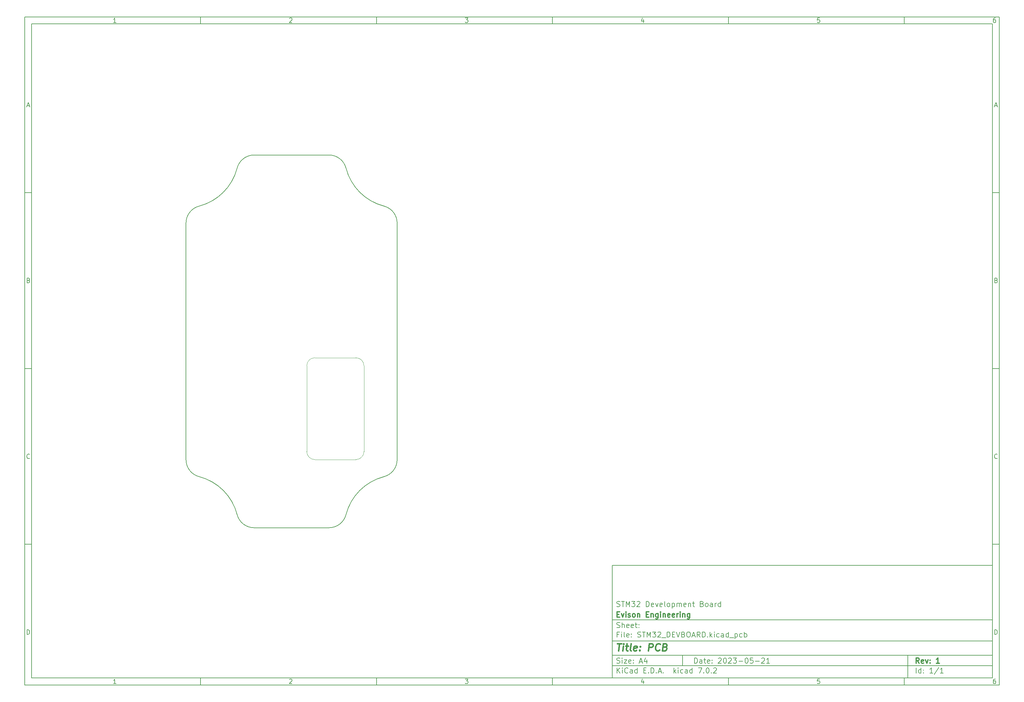
<source format=gbr>
%TF.GenerationSoftware,KiCad,Pcbnew,7.0.2*%
%TF.CreationDate,2023-05-27T14:00:09+09:30*%
%TF.ProjectId,STM32_DEVBOARD,53544d33-325f-4444-9556-424f4152442e,1*%
%TF.SameCoordinates,Original*%
%TF.FileFunction,Profile,NP*%
%FSLAX46Y46*%
G04 Gerber Fmt 4.6, Leading zero omitted, Abs format (unit mm)*
G04 Created by KiCad (PCBNEW 7.0.2) date 2023-05-27 14:00:09*
%MOMM*%
%LPD*%
G01*
G04 APERTURE LIST*
%ADD10C,0.100000*%
%ADD11C,0.150000*%
%ADD12C,0.300000*%
%ADD13C,0.400000*%
%TA.AperFunction,Profile*%
%ADD14C,0.200000*%
%TD*%
%TA.AperFunction,Profile*%
%ADD15C,0.100000*%
%TD*%
G04 APERTURE END LIST*
D10*
D11*
X177002200Y-166007200D02*
X285002200Y-166007200D01*
X285002200Y-198007200D01*
X177002200Y-198007200D01*
X177002200Y-166007200D01*
D10*
D11*
X10000000Y-10000000D02*
X287002200Y-10000000D01*
X287002200Y-200007200D01*
X10000000Y-200007200D01*
X10000000Y-10000000D01*
D10*
D11*
X12000000Y-12000000D02*
X285002200Y-12000000D01*
X285002200Y-198007200D01*
X12000000Y-198007200D01*
X12000000Y-12000000D01*
D10*
D11*
X60000000Y-12000000D02*
X60000000Y-10000000D01*
D10*
D11*
X110000000Y-12000000D02*
X110000000Y-10000000D01*
D10*
D11*
X160000000Y-12000000D02*
X160000000Y-10000000D01*
D10*
D11*
X210000000Y-12000000D02*
X210000000Y-10000000D01*
D10*
D11*
X260000000Y-12000000D02*
X260000000Y-10000000D01*
D10*
D11*
X35990476Y-11601404D02*
X35247619Y-11601404D01*
X35619047Y-11601404D02*
X35619047Y-10301404D01*
X35619047Y-10301404D02*
X35495238Y-10487119D01*
X35495238Y-10487119D02*
X35371428Y-10610928D01*
X35371428Y-10610928D02*
X35247619Y-10672833D01*
D10*
D11*
X85247619Y-10425214D02*
X85309523Y-10363309D01*
X85309523Y-10363309D02*
X85433333Y-10301404D01*
X85433333Y-10301404D02*
X85742857Y-10301404D01*
X85742857Y-10301404D02*
X85866666Y-10363309D01*
X85866666Y-10363309D02*
X85928571Y-10425214D01*
X85928571Y-10425214D02*
X85990476Y-10549023D01*
X85990476Y-10549023D02*
X85990476Y-10672833D01*
X85990476Y-10672833D02*
X85928571Y-10858547D01*
X85928571Y-10858547D02*
X85185714Y-11601404D01*
X85185714Y-11601404D02*
X85990476Y-11601404D01*
D10*
D11*
X135185714Y-10301404D02*
X135990476Y-10301404D01*
X135990476Y-10301404D02*
X135557142Y-10796642D01*
X135557142Y-10796642D02*
X135742857Y-10796642D01*
X135742857Y-10796642D02*
X135866666Y-10858547D01*
X135866666Y-10858547D02*
X135928571Y-10920452D01*
X135928571Y-10920452D02*
X135990476Y-11044261D01*
X135990476Y-11044261D02*
X135990476Y-11353785D01*
X135990476Y-11353785D02*
X135928571Y-11477595D01*
X135928571Y-11477595D02*
X135866666Y-11539500D01*
X135866666Y-11539500D02*
X135742857Y-11601404D01*
X135742857Y-11601404D02*
X135371428Y-11601404D01*
X135371428Y-11601404D02*
X135247619Y-11539500D01*
X135247619Y-11539500D02*
X135185714Y-11477595D01*
D10*
D11*
X185866666Y-10734738D02*
X185866666Y-11601404D01*
X185557142Y-10239500D02*
X185247619Y-11168071D01*
X185247619Y-11168071D02*
X186052380Y-11168071D01*
D10*
D11*
X235928571Y-10301404D02*
X235309523Y-10301404D01*
X235309523Y-10301404D02*
X235247619Y-10920452D01*
X235247619Y-10920452D02*
X235309523Y-10858547D01*
X235309523Y-10858547D02*
X235433333Y-10796642D01*
X235433333Y-10796642D02*
X235742857Y-10796642D01*
X235742857Y-10796642D02*
X235866666Y-10858547D01*
X235866666Y-10858547D02*
X235928571Y-10920452D01*
X235928571Y-10920452D02*
X235990476Y-11044261D01*
X235990476Y-11044261D02*
X235990476Y-11353785D01*
X235990476Y-11353785D02*
X235928571Y-11477595D01*
X235928571Y-11477595D02*
X235866666Y-11539500D01*
X235866666Y-11539500D02*
X235742857Y-11601404D01*
X235742857Y-11601404D02*
X235433333Y-11601404D01*
X235433333Y-11601404D02*
X235309523Y-11539500D01*
X235309523Y-11539500D02*
X235247619Y-11477595D01*
D10*
D11*
X285866666Y-10301404D02*
X285619047Y-10301404D01*
X285619047Y-10301404D02*
X285495238Y-10363309D01*
X285495238Y-10363309D02*
X285433333Y-10425214D01*
X285433333Y-10425214D02*
X285309523Y-10610928D01*
X285309523Y-10610928D02*
X285247619Y-10858547D01*
X285247619Y-10858547D02*
X285247619Y-11353785D01*
X285247619Y-11353785D02*
X285309523Y-11477595D01*
X285309523Y-11477595D02*
X285371428Y-11539500D01*
X285371428Y-11539500D02*
X285495238Y-11601404D01*
X285495238Y-11601404D02*
X285742857Y-11601404D01*
X285742857Y-11601404D02*
X285866666Y-11539500D01*
X285866666Y-11539500D02*
X285928571Y-11477595D01*
X285928571Y-11477595D02*
X285990476Y-11353785D01*
X285990476Y-11353785D02*
X285990476Y-11044261D01*
X285990476Y-11044261D02*
X285928571Y-10920452D01*
X285928571Y-10920452D02*
X285866666Y-10858547D01*
X285866666Y-10858547D02*
X285742857Y-10796642D01*
X285742857Y-10796642D02*
X285495238Y-10796642D01*
X285495238Y-10796642D02*
X285371428Y-10858547D01*
X285371428Y-10858547D02*
X285309523Y-10920452D01*
X285309523Y-10920452D02*
X285247619Y-11044261D01*
D10*
D11*
X60000000Y-198007200D02*
X60000000Y-200007200D01*
D10*
D11*
X110000000Y-198007200D02*
X110000000Y-200007200D01*
D10*
D11*
X160000000Y-198007200D02*
X160000000Y-200007200D01*
D10*
D11*
X210000000Y-198007200D02*
X210000000Y-200007200D01*
D10*
D11*
X260000000Y-198007200D02*
X260000000Y-200007200D01*
D10*
D11*
X35990476Y-199608604D02*
X35247619Y-199608604D01*
X35619047Y-199608604D02*
X35619047Y-198308604D01*
X35619047Y-198308604D02*
X35495238Y-198494319D01*
X35495238Y-198494319D02*
X35371428Y-198618128D01*
X35371428Y-198618128D02*
X35247619Y-198680033D01*
D10*
D11*
X85247619Y-198432414D02*
X85309523Y-198370509D01*
X85309523Y-198370509D02*
X85433333Y-198308604D01*
X85433333Y-198308604D02*
X85742857Y-198308604D01*
X85742857Y-198308604D02*
X85866666Y-198370509D01*
X85866666Y-198370509D02*
X85928571Y-198432414D01*
X85928571Y-198432414D02*
X85990476Y-198556223D01*
X85990476Y-198556223D02*
X85990476Y-198680033D01*
X85990476Y-198680033D02*
X85928571Y-198865747D01*
X85928571Y-198865747D02*
X85185714Y-199608604D01*
X85185714Y-199608604D02*
X85990476Y-199608604D01*
D10*
D11*
X135185714Y-198308604D02*
X135990476Y-198308604D01*
X135990476Y-198308604D02*
X135557142Y-198803842D01*
X135557142Y-198803842D02*
X135742857Y-198803842D01*
X135742857Y-198803842D02*
X135866666Y-198865747D01*
X135866666Y-198865747D02*
X135928571Y-198927652D01*
X135928571Y-198927652D02*
X135990476Y-199051461D01*
X135990476Y-199051461D02*
X135990476Y-199360985D01*
X135990476Y-199360985D02*
X135928571Y-199484795D01*
X135928571Y-199484795D02*
X135866666Y-199546700D01*
X135866666Y-199546700D02*
X135742857Y-199608604D01*
X135742857Y-199608604D02*
X135371428Y-199608604D01*
X135371428Y-199608604D02*
X135247619Y-199546700D01*
X135247619Y-199546700D02*
X135185714Y-199484795D01*
D10*
D11*
X185866666Y-198741938D02*
X185866666Y-199608604D01*
X185557142Y-198246700D02*
X185247619Y-199175271D01*
X185247619Y-199175271D02*
X186052380Y-199175271D01*
D10*
D11*
X235928571Y-198308604D02*
X235309523Y-198308604D01*
X235309523Y-198308604D02*
X235247619Y-198927652D01*
X235247619Y-198927652D02*
X235309523Y-198865747D01*
X235309523Y-198865747D02*
X235433333Y-198803842D01*
X235433333Y-198803842D02*
X235742857Y-198803842D01*
X235742857Y-198803842D02*
X235866666Y-198865747D01*
X235866666Y-198865747D02*
X235928571Y-198927652D01*
X235928571Y-198927652D02*
X235990476Y-199051461D01*
X235990476Y-199051461D02*
X235990476Y-199360985D01*
X235990476Y-199360985D02*
X235928571Y-199484795D01*
X235928571Y-199484795D02*
X235866666Y-199546700D01*
X235866666Y-199546700D02*
X235742857Y-199608604D01*
X235742857Y-199608604D02*
X235433333Y-199608604D01*
X235433333Y-199608604D02*
X235309523Y-199546700D01*
X235309523Y-199546700D02*
X235247619Y-199484795D01*
D10*
D11*
X285866666Y-198308604D02*
X285619047Y-198308604D01*
X285619047Y-198308604D02*
X285495238Y-198370509D01*
X285495238Y-198370509D02*
X285433333Y-198432414D01*
X285433333Y-198432414D02*
X285309523Y-198618128D01*
X285309523Y-198618128D02*
X285247619Y-198865747D01*
X285247619Y-198865747D02*
X285247619Y-199360985D01*
X285247619Y-199360985D02*
X285309523Y-199484795D01*
X285309523Y-199484795D02*
X285371428Y-199546700D01*
X285371428Y-199546700D02*
X285495238Y-199608604D01*
X285495238Y-199608604D02*
X285742857Y-199608604D01*
X285742857Y-199608604D02*
X285866666Y-199546700D01*
X285866666Y-199546700D02*
X285928571Y-199484795D01*
X285928571Y-199484795D02*
X285990476Y-199360985D01*
X285990476Y-199360985D02*
X285990476Y-199051461D01*
X285990476Y-199051461D02*
X285928571Y-198927652D01*
X285928571Y-198927652D02*
X285866666Y-198865747D01*
X285866666Y-198865747D02*
X285742857Y-198803842D01*
X285742857Y-198803842D02*
X285495238Y-198803842D01*
X285495238Y-198803842D02*
X285371428Y-198865747D01*
X285371428Y-198865747D02*
X285309523Y-198927652D01*
X285309523Y-198927652D02*
X285247619Y-199051461D01*
D10*
D11*
X10000000Y-60000000D02*
X12000000Y-60000000D01*
D10*
D11*
X10000000Y-110000000D02*
X12000000Y-110000000D01*
D10*
D11*
X10000000Y-160000000D02*
X12000000Y-160000000D01*
D10*
D11*
X10690476Y-35229976D02*
X11309523Y-35229976D01*
X10566666Y-35601404D02*
X10999999Y-34301404D01*
X10999999Y-34301404D02*
X11433333Y-35601404D01*
D10*
D11*
X11092857Y-84920452D02*
X11278571Y-84982357D01*
X11278571Y-84982357D02*
X11340476Y-85044261D01*
X11340476Y-85044261D02*
X11402380Y-85168071D01*
X11402380Y-85168071D02*
X11402380Y-85353785D01*
X11402380Y-85353785D02*
X11340476Y-85477595D01*
X11340476Y-85477595D02*
X11278571Y-85539500D01*
X11278571Y-85539500D02*
X11154761Y-85601404D01*
X11154761Y-85601404D02*
X10659523Y-85601404D01*
X10659523Y-85601404D02*
X10659523Y-84301404D01*
X10659523Y-84301404D02*
X11092857Y-84301404D01*
X11092857Y-84301404D02*
X11216666Y-84363309D01*
X11216666Y-84363309D02*
X11278571Y-84425214D01*
X11278571Y-84425214D02*
X11340476Y-84549023D01*
X11340476Y-84549023D02*
X11340476Y-84672833D01*
X11340476Y-84672833D02*
X11278571Y-84796642D01*
X11278571Y-84796642D02*
X11216666Y-84858547D01*
X11216666Y-84858547D02*
X11092857Y-84920452D01*
X11092857Y-84920452D02*
X10659523Y-84920452D01*
D10*
D11*
X11402380Y-135477595D02*
X11340476Y-135539500D01*
X11340476Y-135539500D02*
X11154761Y-135601404D01*
X11154761Y-135601404D02*
X11030952Y-135601404D01*
X11030952Y-135601404D02*
X10845238Y-135539500D01*
X10845238Y-135539500D02*
X10721428Y-135415690D01*
X10721428Y-135415690D02*
X10659523Y-135291880D01*
X10659523Y-135291880D02*
X10597619Y-135044261D01*
X10597619Y-135044261D02*
X10597619Y-134858547D01*
X10597619Y-134858547D02*
X10659523Y-134610928D01*
X10659523Y-134610928D02*
X10721428Y-134487119D01*
X10721428Y-134487119D02*
X10845238Y-134363309D01*
X10845238Y-134363309D02*
X11030952Y-134301404D01*
X11030952Y-134301404D02*
X11154761Y-134301404D01*
X11154761Y-134301404D02*
X11340476Y-134363309D01*
X11340476Y-134363309D02*
X11402380Y-134425214D01*
D10*
D11*
X10659523Y-185601404D02*
X10659523Y-184301404D01*
X10659523Y-184301404D02*
X10969047Y-184301404D01*
X10969047Y-184301404D02*
X11154761Y-184363309D01*
X11154761Y-184363309D02*
X11278571Y-184487119D01*
X11278571Y-184487119D02*
X11340476Y-184610928D01*
X11340476Y-184610928D02*
X11402380Y-184858547D01*
X11402380Y-184858547D02*
X11402380Y-185044261D01*
X11402380Y-185044261D02*
X11340476Y-185291880D01*
X11340476Y-185291880D02*
X11278571Y-185415690D01*
X11278571Y-185415690D02*
X11154761Y-185539500D01*
X11154761Y-185539500D02*
X10969047Y-185601404D01*
X10969047Y-185601404D02*
X10659523Y-185601404D01*
D10*
D11*
X287002200Y-60000000D02*
X285002200Y-60000000D01*
D10*
D11*
X287002200Y-110000000D02*
X285002200Y-110000000D01*
D10*
D11*
X287002200Y-160000000D02*
X285002200Y-160000000D01*
D10*
D11*
X285692676Y-35229976D02*
X286311723Y-35229976D01*
X285568866Y-35601404D02*
X286002199Y-34301404D01*
X286002199Y-34301404D02*
X286435533Y-35601404D01*
D10*
D11*
X286095057Y-84920452D02*
X286280771Y-84982357D01*
X286280771Y-84982357D02*
X286342676Y-85044261D01*
X286342676Y-85044261D02*
X286404580Y-85168071D01*
X286404580Y-85168071D02*
X286404580Y-85353785D01*
X286404580Y-85353785D02*
X286342676Y-85477595D01*
X286342676Y-85477595D02*
X286280771Y-85539500D01*
X286280771Y-85539500D02*
X286156961Y-85601404D01*
X286156961Y-85601404D02*
X285661723Y-85601404D01*
X285661723Y-85601404D02*
X285661723Y-84301404D01*
X285661723Y-84301404D02*
X286095057Y-84301404D01*
X286095057Y-84301404D02*
X286218866Y-84363309D01*
X286218866Y-84363309D02*
X286280771Y-84425214D01*
X286280771Y-84425214D02*
X286342676Y-84549023D01*
X286342676Y-84549023D02*
X286342676Y-84672833D01*
X286342676Y-84672833D02*
X286280771Y-84796642D01*
X286280771Y-84796642D02*
X286218866Y-84858547D01*
X286218866Y-84858547D02*
X286095057Y-84920452D01*
X286095057Y-84920452D02*
X285661723Y-84920452D01*
D10*
D11*
X286404580Y-135477595D02*
X286342676Y-135539500D01*
X286342676Y-135539500D02*
X286156961Y-135601404D01*
X286156961Y-135601404D02*
X286033152Y-135601404D01*
X286033152Y-135601404D02*
X285847438Y-135539500D01*
X285847438Y-135539500D02*
X285723628Y-135415690D01*
X285723628Y-135415690D02*
X285661723Y-135291880D01*
X285661723Y-135291880D02*
X285599819Y-135044261D01*
X285599819Y-135044261D02*
X285599819Y-134858547D01*
X285599819Y-134858547D02*
X285661723Y-134610928D01*
X285661723Y-134610928D02*
X285723628Y-134487119D01*
X285723628Y-134487119D02*
X285847438Y-134363309D01*
X285847438Y-134363309D02*
X286033152Y-134301404D01*
X286033152Y-134301404D02*
X286156961Y-134301404D01*
X286156961Y-134301404D02*
X286342676Y-134363309D01*
X286342676Y-134363309D02*
X286404580Y-134425214D01*
D10*
D11*
X285661723Y-185601404D02*
X285661723Y-184301404D01*
X285661723Y-184301404D02*
X285971247Y-184301404D01*
X285971247Y-184301404D02*
X286156961Y-184363309D01*
X286156961Y-184363309D02*
X286280771Y-184487119D01*
X286280771Y-184487119D02*
X286342676Y-184610928D01*
X286342676Y-184610928D02*
X286404580Y-184858547D01*
X286404580Y-184858547D02*
X286404580Y-185044261D01*
X286404580Y-185044261D02*
X286342676Y-185291880D01*
X286342676Y-185291880D02*
X286280771Y-185415690D01*
X286280771Y-185415690D02*
X286156961Y-185539500D01*
X286156961Y-185539500D02*
X285971247Y-185601404D01*
X285971247Y-185601404D02*
X285661723Y-185601404D01*
D10*
D11*
X200359342Y-193801128D02*
X200359342Y-192301128D01*
X200359342Y-192301128D02*
X200716485Y-192301128D01*
X200716485Y-192301128D02*
X200930771Y-192372557D01*
X200930771Y-192372557D02*
X201073628Y-192515414D01*
X201073628Y-192515414D02*
X201145057Y-192658271D01*
X201145057Y-192658271D02*
X201216485Y-192943985D01*
X201216485Y-192943985D02*
X201216485Y-193158271D01*
X201216485Y-193158271D02*
X201145057Y-193443985D01*
X201145057Y-193443985D02*
X201073628Y-193586842D01*
X201073628Y-193586842D02*
X200930771Y-193729700D01*
X200930771Y-193729700D02*
X200716485Y-193801128D01*
X200716485Y-193801128D02*
X200359342Y-193801128D01*
X202502200Y-193801128D02*
X202502200Y-193015414D01*
X202502200Y-193015414D02*
X202430771Y-192872557D01*
X202430771Y-192872557D02*
X202287914Y-192801128D01*
X202287914Y-192801128D02*
X202002200Y-192801128D01*
X202002200Y-192801128D02*
X201859342Y-192872557D01*
X202502200Y-193729700D02*
X202359342Y-193801128D01*
X202359342Y-193801128D02*
X202002200Y-193801128D01*
X202002200Y-193801128D02*
X201859342Y-193729700D01*
X201859342Y-193729700D02*
X201787914Y-193586842D01*
X201787914Y-193586842D02*
X201787914Y-193443985D01*
X201787914Y-193443985D02*
X201859342Y-193301128D01*
X201859342Y-193301128D02*
X202002200Y-193229700D01*
X202002200Y-193229700D02*
X202359342Y-193229700D01*
X202359342Y-193229700D02*
X202502200Y-193158271D01*
X203002200Y-192801128D02*
X203573628Y-192801128D01*
X203216485Y-192301128D02*
X203216485Y-193586842D01*
X203216485Y-193586842D02*
X203287914Y-193729700D01*
X203287914Y-193729700D02*
X203430771Y-193801128D01*
X203430771Y-193801128D02*
X203573628Y-193801128D01*
X204645057Y-193729700D02*
X204502200Y-193801128D01*
X204502200Y-193801128D02*
X204216486Y-193801128D01*
X204216486Y-193801128D02*
X204073628Y-193729700D01*
X204073628Y-193729700D02*
X204002200Y-193586842D01*
X204002200Y-193586842D02*
X204002200Y-193015414D01*
X204002200Y-193015414D02*
X204073628Y-192872557D01*
X204073628Y-192872557D02*
X204216486Y-192801128D01*
X204216486Y-192801128D02*
X204502200Y-192801128D01*
X204502200Y-192801128D02*
X204645057Y-192872557D01*
X204645057Y-192872557D02*
X204716486Y-193015414D01*
X204716486Y-193015414D02*
X204716486Y-193158271D01*
X204716486Y-193158271D02*
X204002200Y-193301128D01*
X205359342Y-193658271D02*
X205430771Y-193729700D01*
X205430771Y-193729700D02*
X205359342Y-193801128D01*
X205359342Y-193801128D02*
X205287914Y-193729700D01*
X205287914Y-193729700D02*
X205359342Y-193658271D01*
X205359342Y-193658271D02*
X205359342Y-193801128D01*
X205359342Y-192872557D02*
X205430771Y-192943985D01*
X205430771Y-192943985D02*
X205359342Y-193015414D01*
X205359342Y-193015414D02*
X205287914Y-192943985D01*
X205287914Y-192943985D02*
X205359342Y-192872557D01*
X205359342Y-192872557D02*
X205359342Y-193015414D01*
X207145057Y-192443985D02*
X207216485Y-192372557D01*
X207216485Y-192372557D02*
X207359343Y-192301128D01*
X207359343Y-192301128D02*
X207716485Y-192301128D01*
X207716485Y-192301128D02*
X207859343Y-192372557D01*
X207859343Y-192372557D02*
X207930771Y-192443985D01*
X207930771Y-192443985D02*
X208002200Y-192586842D01*
X208002200Y-192586842D02*
X208002200Y-192729700D01*
X208002200Y-192729700D02*
X207930771Y-192943985D01*
X207930771Y-192943985D02*
X207073628Y-193801128D01*
X207073628Y-193801128D02*
X208002200Y-193801128D01*
X208930771Y-192301128D02*
X209073628Y-192301128D01*
X209073628Y-192301128D02*
X209216485Y-192372557D01*
X209216485Y-192372557D02*
X209287914Y-192443985D01*
X209287914Y-192443985D02*
X209359342Y-192586842D01*
X209359342Y-192586842D02*
X209430771Y-192872557D01*
X209430771Y-192872557D02*
X209430771Y-193229700D01*
X209430771Y-193229700D02*
X209359342Y-193515414D01*
X209359342Y-193515414D02*
X209287914Y-193658271D01*
X209287914Y-193658271D02*
X209216485Y-193729700D01*
X209216485Y-193729700D02*
X209073628Y-193801128D01*
X209073628Y-193801128D02*
X208930771Y-193801128D01*
X208930771Y-193801128D02*
X208787914Y-193729700D01*
X208787914Y-193729700D02*
X208716485Y-193658271D01*
X208716485Y-193658271D02*
X208645056Y-193515414D01*
X208645056Y-193515414D02*
X208573628Y-193229700D01*
X208573628Y-193229700D02*
X208573628Y-192872557D01*
X208573628Y-192872557D02*
X208645056Y-192586842D01*
X208645056Y-192586842D02*
X208716485Y-192443985D01*
X208716485Y-192443985D02*
X208787914Y-192372557D01*
X208787914Y-192372557D02*
X208930771Y-192301128D01*
X210002199Y-192443985D02*
X210073627Y-192372557D01*
X210073627Y-192372557D02*
X210216485Y-192301128D01*
X210216485Y-192301128D02*
X210573627Y-192301128D01*
X210573627Y-192301128D02*
X210716485Y-192372557D01*
X210716485Y-192372557D02*
X210787913Y-192443985D01*
X210787913Y-192443985D02*
X210859342Y-192586842D01*
X210859342Y-192586842D02*
X210859342Y-192729700D01*
X210859342Y-192729700D02*
X210787913Y-192943985D01*
X210787913Y-192943985D02*
X209930770Y-193801128D01*
X209930770Y-193801128D02*
X210859342Y-193801128D01*
X211359341Y-192301128D02*
X212287913Y-192301128D01*
X212287913Y-192301128D02*
X211787913Y-192872557D01*
X211787913Y-192872557D02*
X212002198Y-192872557D01*
X212002198Y-192872557D02*
X212145056Y-192943985D01*
X212145056Y-192943985D02*
X212216484Y-193015414D01*
X212216484Y-193015414D02*
X212287913Y-193158271D01*
X212287913Y-193158271D02*
X212287913Y-193515414D01*
X212287913Y-193515414D02*
X212216484Y-193658271D01*
X212216484Y-193658271D02*
X212145056Y-193729700D01*
X212145056Y-193729700D02*
X212002198Y-193801128D01*
X212002198Y-193801128D02*
X211573627Y-193801128D01*
X211573627Y-193801128D02*
X211430770Y-193729700D01*
X211430770Y-193729700D02*
X211359341Y-193658271D01*
X212930769Y-193229700D02*
X214073627Y-193229700D01*
X215073627Y-192301128D02*
X215216484Y-192301128D01*
X215216484Y-192301128D02*
X215359341Y-192372557D01*
X215359341Y-192372557D02*
X215430770Y-192443985D01*
X215430770Y-192443985D02*
X215502198Y-192586842D01*
X215502198Y-192586842D02*
X215573627Y-192872557D01*
X215573627Y-192872557D02*
X215573627Y-193229700D01*
X215573627Y-193229700D02*
X215502198Y-193515414D01*
X215502198Y-193515414D02*
X215430770Y-193658271D01*
X215430770Y-193658271D02*
X215359341Y-193729700D01*
X215359341Y-193729700D02*
X215216484Y-193801128D01*
X215216484Y-193801128D02*
X215073627Y-193801128D01*
X215073627Y-193801128D02*
X214930770Y-193729700D01*
X214930770Y-193729700D02*
X214859341Y-193658271D01*
X214859341Y-193658271D02*
X214787912Y-193515414D01*
X214787912Y-193515414D02*
X214716484Y-193229700D01*
X214716484Y-193229700D02*
X214716484Y-192872557D01*
X214716484Y-192872557D02*
X214787912Y-192586842D01*
X214787912Y-192586842D02*
X214859341Y-192443985D01*
X214859341Y-192443985D02*
X214930770Y-192372557D01*
X214930770Y-192372557D02*
X215073627Y-192301128D01*
X216930769Y-192301128D02*
X216216483Y-192301128D01*
X216216483Y-192301128D02*
X216145055Y-193015414D01*
X216145055Y-193015414D02*
X216216483Y-192943985D01*
X216216483Y-192943985D02*
X216359341Y-192872557D01*
X216359341Y-192872557D02*
X216716483Y-192872557D01*
X216716483Y-192872557D02*
X216859341Y-192943985D01*
X216859341Y-192943985D02*
X216930769Y-193015414D01*
X216930769Y-193015414D02*
X217002198Y-193158271D01*
X217002198Y-193158271D02*
X217002198Y-193515414D01*
X217002198Y-193515414D02*
X216930769Y-193658271D01*
X216930769Y-193658271D02*
X216859341Y-193729700D01*
X216859341Y-193729700D02*
X216716483Y-193801128D01*
X216716483Y-193801128D02*
X216359341Y-193801128D01*
X216359341Y-193801128D02*
X216216483Y-193729700D01*
X216216483Y-193729700D02*
X216145055Y-193658271D01*
X217645054Y-193229700D02*
X218787912Y-193229700D01*
X219430769Y-192443985D02*
X219502197Y-192372557D01*
X219502197Y-192372557D02*
X219645055Y-192301128D01*
X219645055Y-192301128D02*
X220002197Y-192301128D01*
X220002197Y-192301128D02*
X220145055Y-192372557D01*
X220145055Y-192372557D02*
X220216483Y-192443985D01*
X220216483Y-192443985D02*
X220287912Y-192586842D01*
X220287912Y-192586842D02*
X220287912Y-192729700D01*
X220287912Y-192729700D02*
X220216483Y-192943985D01*
X220216483Y-192943985D02*
X219359340Y-193801128D01*
X219359340Y-193801128D02*
X220287912Y-193801128D01*
X221716483Y-193801128D02*
X220859340Y-193801128D01*
X221287911Y-193801128D02*
X221287911Y-192301128D01*
X221287911Y-192301128D02*
X221145054Y-192515414D01*
X221145054Y-192515414D02*
X221002197Y-192658271D01*
X221002197Y-192658271D02*
X220859340Y-192729700D01*
D10*
D11*
X177002200Y-194507200D02*
X285002200Y-194507200D01*
D10*
D11*
X178359342Y-196601128D02*
X178359342Y-195101128D01*
X179216485Y-196601128D02*
X178573628Y-195743985D01*
X179216485Y-195101128D02*
X178359342Y-195958271D01*
X179859342Y-196601128D02*
X179859342Y-195601128D01*
X179859342Y-195101128D02*
X179787914Y-195172557D01*
X179787914Y-195172557D02*
X179859342Y-195243985D01*
X179859342Y-195243985D02*
X179930771Y-195172557D01*
X179930771Y-195172557D02*
X179859342Y-195101128D01*
X179859342Y-195101128D02*
X179859342Y-195243985D01*
X181430771Y-196458271D02*
X181359343Y-196529700D01*
X181359343Y-196529700D02*
X181145057Y-196601128D01*
X181145057Y-196601128D02*
X181002200Y-196601128D01*
X181002200Y-196601128D02*
X180787914Y-196529700D01*
X180787914Y-196529700D02*
X180645057Y-196386842D01*
X180645057Y-196386842D02*
X180573628Y-196243985D01*
X180573628Y-196243985D02*
X180502200Y-195958271D01*
X180502200Y-195958271D02*
X180502200Y-195743985D01*
X180502200Y-195743985D02*
X180573628Y-195458271D01*
X180573628Y-195458271D02*
X180645057Y-195315414D01*
X180645057Y-195315414D02*
X180787914Y-195172557D01*
X180787914Y-195172557D02*
X181002200Y-195101128D01*
X181002200Y-195101128D02*
X181145057Y-195101128D01*
X181145057Y-195101128D02*
X181359343Y-195172557D01*
X181359343Y-195172557D02*
X181430771Y-195243985D01*
X182716486Y-196601128D02*
X182716486Y-195815414D01*
X182716486Y-195815414D02*
X182645057Y-195672557D01*
X182645057Y-195672557D02*
X182502200Y-195601128D01*
X182502200Y-195601128D02*
X182216486Y-195601128D01*
X182216486Y-195601128D02*
X182073628Y-195672557D01*
X182716486Y-196529700D02*
X182573628Y-196601128D01*
X182573628Y-196601128D02*
X182216486Y-196601128D01*
X182216486Y-196601128D02*
X182073628Y-196529700D01*
X182073628Y-196529700D02*
X182002200Y-196386842D01*
X182002200Y-196386842D02*
X182002200Y-196243985D01*
X182002200Y-196243985D02*
X182073628Y-196101128D01*
X182073628Y-196101128D02*
X182216486Y-196029700D01*
X182216486Y-196029700D02*
X182573628Y-196029700D01*
X182573628Y-196029700D02*
X182716486Y-195958271D01*
X184073629Y-196601128D02*
X184073629Y-195101128D01*
X184073629Y-196529700D02*
X183930771Y-196601128D01*
X183930771Y-196601128D02*
X183645057Y-196601128D01*
X183645057Y-196601128D02*
X183502200Y-196529700D01*
X183502200Y-196529700D02*
X183430771Y-196458271D01*
X183430771Y-196458271D02*
X183359343Y-196315414D01*
X183359343Y-196315414D02*
X183359343Y-195886842D01*
X183359343Y-195886842D02*
X183430771Y-195743985D01*
X183430771Y-195743985D02*
X183502200Y-195672557D01*
X183502200Y-195672557D02*
X183645057Y-195601128D01*
X183645057Y-195601128D02*
X183930771Y-195601128D01*
X183930771Y-195601128D02*
X184073629Y-195672557D01*
X185930771Y-195815414D02*
X186430771Y-195815414D01*
X186645057Y-196601128D02*
X185930771Y-196601128D01*
X185930771Y-196601128D02*
X185930771Y-195101128D01*
X185930771Y-195101128D02*
X186645057Y-195101128D01*
X187287914Y-196458271D02*
X187359343Y-196529700D01*
X187359343Y-196529700D02*
X187287914Y-196601128D01*
X187287914Y-196601128D02*
X187216486Y-196529700D01*
X187216486Y-196529700D02*
X187287914Y-196458271D01*
X187287914Y-196458271D02*
X187287914Y-196601128D01*
X188002200Y-196601128D02*
X188002200Y-195101128D01*
X188002200Y-195101128D02*
X188359343Y-195101128D01*
X188359343Y-195101128D02*
X188573629Y-195172557D01*
X188573629Y-195172557D02*
X188716486Y-195315414D01*
X188716486Y-195315414D02*
X188787915Y-195458271D01*
X188787915Y-195458271D02*
X188859343Y-195743985D01*
X188859343Y-195743985D02*
X188859343Y-195958271D01*
X188859343Y-195958271D02*
X188787915Y-196243985D01*
X188787915Y-196243985D02*
X188716486Y-196386842D01*
X188716486Y-196386842D02*
X188573629Y-196529700D01*
X188573629Y-196529700D02*
X188359343Y-196601128D01*
X188359343Y-196601128D02*
X188002200Y-196601128D01*
X189502200Y-196458271D02*
X189573629Y-196529700D01*
X189573629Y-196529700D02*
X189502200Y-196601128D01*
X189502200Y-196601128D02*
X189430772Y-196529700D01*
X189430772Y-196529700D02*
X189502200Y-196458271D01*
X189502200Y-196458271D02*
X189502200Y-196601128D01*
X190145058Y-196172557D02*
X190859344Y-196172557D01*
X190002201Y-196601128D02*
X190502201Y-195101128D01*
X190502201Y-195101128D02*
X191002201Y-196601128D01*
X191502200Y-196458271D02*
X191573629Y-196529700D01*
X191573629Y-196529700D02*
X191502200Y-196601128D01*
X191502200Y-196601128D02*
X191430772Y-196529700D01*
X191430772Y-196529700D02*
X191502200Y-196458271D01*
X191502200Y-196458271D02*
X191502200Y-196601128D01*
X194502200Y-196601128D02*
X194502200Y-195101128D01*
X194645058Y-196029700D02*
X195073629Y-196601128D01*
X195073629Y-195601128D02*
X194502200Y-196172557D01*
X195716486Y-196601128D02*
X195716486Y-195601128D01*
X195716486Y-195101128D02*
X195645058Y-195172557D01*
X195645058Y-195172557D02*
X195716486Y-195243985D01*
X195716486Y-195243985D02*
X195787915Y-195172557D01*
X195787915Y-195172557D02*
X195716486Y-195101128D01*
X195716486Y-195101128D02*
X195716486Y-195243985D01*
X197073630Y-196529700D02*
X196930772Y-196601128D01*
X196930772Y-196601128D02*
X196645058Y-196601128D01*
X196645058Y-196601128D02*
X196502201Y-196529700D01*
X196502201Y-196529700D02*
X196430772Y-196458271D01*
X196430772Y-196458271D02*
X196359344Y-196315414D01*
X196359344Y-196315414D02*
X196359344Y-195886842D01*
X196359344Y-195886842D02*
X196430772Y-195743985D01*
X196430772Y-195743985D02*
X196502201Y-195672557D01*
X196502201Y-195672557D02*
X196645058Y-195601128D01*
X196645058Y-195601128D02*
X196930772Y-195601128D01*
X196930772Y-195601128D02*
X197073630Y-195672557D01*
X198359344Y-196601128D02*
X198359344Y-195815414D01*
X198359344Y-195815414D02*
X198287915Y-195672557D01*
X198287915Y-195672557D02*
X198145058Y-195601128D01*
X198145058Y-195601128D02*
X197859344Y-195601128D01*
X197859344Y-195601128D02*
X197716486Y-195672557D01*
X198359344Y-196529700D02*
X198216486Y-196601128D01*
X198216486Y-196601128D02*
X197859344Y-196601128D01*
X197859344Y-196601128D02*
X197716486Y-196529700D01*
X197716486Y-196529700D02*
X197645058Y-196386842D01*
X197645058Y-196386842D02*
X197645058Y-196243985D01*
X197645058Y-196243985D02*
X197716486Y-196101128D01*
X197716486Y-196101128D02*
X197859344Y-196029700D01*
X197859344Y-196029700D02*
X198216486Y-196029700D01*
X198216486Y-196029700D02*
X198359344Y-195958271D01*
X199716487Y-196601128D02*
X199716487Y-195101128D01*
X199716487Y-196529700D02*
X199573629Y-196601128D01*
X199573629Y-196601128D02*
X199287915Y-196601128D01*
X199287915Y-196601128D02*
X199145058Y-196529700D01*
X199145058Y-196529700D02*
X199073629Y-196458271D01*
X199073629Y-196458271D02*
X199002201Y-196315414D01*
X199002201Y-196315414D02*
X199002201Y-195886842D01*
X199002201Y-195886842D02*
X199073629Y-195743985D01*
X199073629Y-195743985D02*
X199145058Y-195672557D01*
X199145058Y-195672557D02*
X199287915Y-195601128D01*
X199287915Y-195601128D02*
X199573629Y-195601128D01*
X199573629Y-195601128D02*
X199716487Y-195672557D01*
X201430772Y-195101128D02*
X202430772Y-195101128D01*
X202430772Y-195101128D02*
X201787915Y-196601128D01*
X203002200Y-196458271D02*
X203073629Y-196529700D01*
X203073629Y-196529700D02*
X203002200Y-196601128D01*
X203002200Y-196601128D02*
X202930772Y-196529700D01*
X202930772Y-196529700D02*
X203002200Y-196458271D01*
X203002200Y-196458271D02*
X203002200Y-196601128D01*
X204002201Y-195101128D02*
X204145058Y-195101128D01*
X204145058Y-195101128D02*
X204287915Y-195172557D01*
X204287915Y-195172557D02*
X204359344Y-195243985D01*
X204359344Y-195243985D02*
X204430772Y-195386842D01*
X204430772Y-195386842D02*
X204502201Y-195672557D01*
X204502201Y-195672557D02*
X204502201Y-196029700D01*
X204502201Y-196029700D02*
X204430772Y-196315414D01*
X204430772Y-196315414D02*
X204359344Y-196458271D01*
X204359344Y-196458271D02*
X204287915Y-196529700D01*
X204287915Y-196529700D02*
X204145058Y-196601128D01*
X204145058Y-196601128D02*
X204002201Y-196601128D01*
X204002201Y-196601128D02*
X203859344Y-196529700D01*
X203859344Y-196529700D02*
X203787915Y-196458271D01*
X203787915Y-196458271D02*
X203716486Y-196315414D01*
X203716486Y-196315414D02*
X203645058Y-196029700D01*
X203645058Y-196029700D02*
X203645058Y-195672557D01*
X203645058Y-195672557D02*
X203716486Y-195386842D01*
X203716486Y-195386842D02*
X203787915Y-195243985D01*
X203787915Y-195243985D02*
X203859344Y-195172557D01*
X203859344Y-195172557D02*
X204002201Y-195101128D01*
X205145057Y-196458271D02*
X205216486Y-196529700D01*
X205216486Y-196529700D02*
X205145057Y-196601128D01*
X205145057Y-196601128D02*
X205073629Y-196529700D01*
X205073629Y-196529700D02*
X205145057Y-196458271D01*
X205145057Y-196458271D02*
X205145057Y-196601128D01*
X205787915Y-195243985D02*
X205859343Y-195172557D01*
X205859343Y-195172557D02*
X206002201Y-195101128D01*
X206002201Y-195101128D02*
X206359343Y-195101128D01*
X206359343Y-195101128D02*
X206502201Y-195172557D01*
X206502201Y-195172557D02*
X206573629Y-195243985D01*
X206573629Y-195243985D02*
X206645058Y-195386842D01*
X206645058Y-195386842D02*
X206645058Y-195529700D01*
X206645058Y-195529700D02*
X206573629Y-195743985D01*
X206573629Y-195743985D02*
X205716486Y-196601128D01*
X205716486Y-196601128D02*
X206645058Y-196601128D01*
D10*
D11*
X177002200Y-191507200D02*
X285002200Y-191507200D01*
D10*
D12*
X264216485Y-193801128D02*
X263716485Y-193086842D01*
X263359342Y-193801128D02*
X263359342Y-192301128D01*
X263359342Y-192301128D02*
X263930771Y-192301128D01*
X263930771Y-192301128D02*
X264073628Y-192372557D01*
X264073628Y-192372557D02*
X264145057Y-192443985D01*
X264145057Y-192443985D02*
X264216485Y-192586842D01*
X264216485Y-192586842D02*
X264216485Y-192801128D01*
X264216485Y-192801128D02*
X264145057Y-192943985D01*
X264145057Y-192943985D02*
X264073628Y-193015414D01*
X264073628Y-193015414D02*
X263930771Y-193086842D01*
X263930771Y-193086842D02*
X263359342Y-193086842D01*
X265430771Y-193729700D02*
X265287914Y-193801128D01*
X265287914Y-193801128D02*
X265002200Y-193801128D01*
X265002200Y-193801128D02*
X264859342Y-193729700D01*
X264859342Y-193729700D02*
X264787914Y-193586842D01*
X264787914Y-193586842D02*
X264787914Y-193015414D01*
X264787914Y-193015414D02*
X264859342Y-192872557D01*
X264859342Y-192872557D02*
X265002200Y-192801128D01*
X265002200Y-192801128D02*
X265287914Y-192801128D01*
X265287914Y-192801128D02*
X265430771Y-192872557D01*
X265430771Y-192872557D02*
X265502200Y-193015414D01*
X265502200Y-193015414D02*
X265502200Y-193158271D01*
X265502200Y-193158271D02*
X264787914Y-193301128D01*
X266002199Y-192801128D02*
X266359342Y-193801128D01*
X266359342Y-193801128D02*
X266716485Y-192801128D01*
X267287913Y-193658271D02*
X267359342Y-193729700D01*
X267359342Y-193729700D02*
X267287913Y-193801128D01*
X267287913Y-193801128D02*
X267216485Y-193729700D01*
X267216485Y-193729700D02*
X267287913Y-193658271D01*
X267287913Y-193658271D02*
X267287913Y-193801128D01*
X267287913Y-192872557D02*
X267359342Y-192943985D01*
X267359342Y-192943985D02*
X267287913Y-193015414D01*
X267287913Y-193015414D02*
X267216485Y-192943985D01*
X267216485Y-192943985D02*
X267287913Y-192872557D01*
X267287913Y-192872557D02*
X267287913Y-193015414D01*
X269930771Y-193801128D02*
X269073628Y-193801128D01*
X269502199Y-193801128D02*
X269502199Y-192301128D01*
X269502199Y-192301128D02*
X269359342Y-192515414D01*
X269359342Y-192515414D02*
X269216485Y-192658271D01*
X269216485Y-192658271D02*
X269073628Y-192729700D01*
D10*
D11*
X178287914Y-193729700D02*
X178502200Y-193801128D01*
X178502200Y-193801128D02*
X178859342Y-193801128D01*
X178859342Y-193801128D02*
X179002200Y-193729700D01*
X179002200Y-193729700D02*
X179073628Y-193658271D01*
X179073628Y-193658271D02*
X179145057Y-193515414D01*
X179145057Y-193515414D02*
X179145057Y-193372557D01*
X179145057Y-193372557D02*
X179073628Y-193229700D01*
X179073628Y-193229700D02*
X179002200Y-193158271D01*
X179002200Y-193158271D02*
X178859342Y-193086842D01*
X178859342Y-193086842D02*
X178573628Y-193015414D01*
X178573628Y-193015414D02*
X178430771Y-192943985D01*
X178430771Y-192943985D02*
X178359342Y-192872557D01*
X178359342Y-192872557D02*
X178287914Y-192729700D01*
X178287914Y-192729700D02*
X178287914Y-192586842D01*
X178287914Y-192586842D02*
X178359342Y-192443985D01*
X178359342Y-192443985D02*
X178430771Y-192372557D01*
X178430771Y-192372557D02*
X178573628Y-192301128D01*
X178573628Y-192301128D02*
X178930771Y-192301128D01*
X178930771Y-192301128D02*
X179145057Y-192372557D01*
X179787913Y-193801128D02*
X179787913Y-192801128D01*
X179787913Y-192301128D02*
X179716485Y-192372557D01*
X179716485Y-192372557D02*
X179787913Y-192443985D01*
X179787913Y-192443985D02*
X179859342Y-192372557D01*
X179859342Y-192372557D02*
X179787913Y-192301128D01*
X179787913Y-192301128D02*
X179787913Y-192443985D01*
X180359342Y-192801128D02*
X181145057Y-192801128D01*
X181145057Y-192801128D02*
X180359342Y-193801128D01*
X180359342Y-193801128D02*
X181145057Y-193801128D01*
X182287914Y-193729700D02*
X182145057Y-193801128D01*
X182145057Y-193801128D02*
X181859343Y-193801128D01*
X181859343Y-193801128D02*
X181716485Y-193729700D01*
X181716485Y-193729700D02*
X181645057Y-193586842D01*
X181645057Y-193586842D02*
X181645057Y-193015414D01*
X181645057Y-193015414D02*
X181716485Y-192872557D01*
X181716485Y-192872557D02*
X181859343Y-192801128D01*
X181859343Y-192801128D02*
X182145057Y-192801128D01*
X182145057Y-192801128D02*
X182287914Y-192872557D01*
X182287914Y-192872557D02*
X182359343Y-193015414D01*
X182359343Y-193015414D02*
X182359343Y-193158271D01*
X182359343Y-193158271D02*
X181645057Y-193301128D01*
X183002199Y-193658271D02*
X183073628Y-193729700D01*
X183073628Y-193729700D02*
X183002199Y-193801128D01*
X183002199Y-193801128D02*
X182930771Y-193729700D01*
X182930771Y-193729700D02*
X183002199Y-193658271D01*
X183002199Y-193658271D02*
X183002199Y-193801128D01*
X183002199Y-192872557D02*
X183073628Y-192943985D01*
X183073628Y-192943985D02*
X183002199Y-193015414D01*
X183002199Y-193015414D02*
X182930771Y-192943985D01*
X182930771Y-192943985D02*
X183002199Y-192872557D01*
X183002199Y-192872557D02*
X183002199Y-193015414D01*
X184787914Y-193372557D02*
X185502200Y-193372557D01*
X184645057Y-193801128D02*
X185145057Y-192301128D01*
X185145057Y-192301128D02*
X185645057Y-193801128D01*
X186787914Y-192801128D02*
X186787914Y-193801128D01*
X186430771Y-192229700D02*
X186073628Y-193301128D01*
X186073628Y-193301128D02*
X187002199Y-193301128D01*
D10*
D11*
X263359342Y-196601128D02*
X263359342Y-195101128D01*
X264716486Y-196601128D02*
X264716486Y-195101128D01*
X264716486Y-196529700D02*
X264573628Y-196601128D01*
X264573628Y-196601128D02*
X264287914Y-196601128D01*
X264287914Y-196601128D02*
X264145057Y-196529700D01*
X264145057Y-196529700D02*
X264073628Y-196458271D01*
X264073628Y-196458271D02*
X264002200Y-196315414D01*
X264002200Y-196315414D02*
X264002200Y-195886842D01*
X264002200Y-195886842D02*
X264073628Y-195743985D01*
X264073628Y-195743985D02*
X264145057Y-195672557D01*
X264145057Y-195672557D02*
X264287914Y-195601128D01*
X264287914Y-195601128D02*
X264573628Y-195601128D01*
X264573628Y-195601128D02*
X264716486Y-195672557D01*
X265430771Y-196458271D02*
X265502200Y-196529700D01*
X265502200Y-196529700D02*
X265430771Y-196601128D01*
X265430771Y-196601128D02*
X265359343Y-196529700D01*
X265359343Y-196529700D02*
X265430771Y-196458271D01*
X265430771Y-196458271D02*
X265430771Y-196601128D01*
X265430771Y-195672557D02*
X265502200Y-195743985D01*
X265502200Y-195743985D02*
X265430771Y-195815414D01*
X265430771Y-195815414D02*
X265359343Y-195743985D01*
X265359343Y-195743985D02*
X265430771Y-195672557D01*
X265430771Y-195672557D02*
X265430771Y-195815414D01*
X268073629Y-196601128D02*
X267216486Y-196601128D01*
X267645057Y-196601128D02*
X267645057Y-195101128D01*
X267645057Y-195101128D02*
X267502200Y-195315414D01*
X267502200Y-195315414D02*
X267359343Y-195458271D01*
X267359343Y-195458271D02*
X267216486Y-195529700D01*
X269787914Y-195029700D02*
X268502200Y-196958271D01*
X271073629Y-196601128D02*
X270216486Y-196601128D01*
X270645057Y-196601128D02*
X270645057Y-195101128D01*
X270645057Y-195101128D02*
X270502200Y-195315414D01*
X270502200Y-195315414D02*
X270359343Y-195458271D01*
X270359343Y-195458271D02*
X270216486Y-195529700D01*
D10*
D11*
X177002200Y-187507200D02*
X285002200Y-187507200D01*
D10*
D13*
X178430771Y-188232438D02*
X179573628Y-188232438D01*
X178752200Y-190232438D02*
X179002200Y-188232438D01*
X179978390Y-190232438D02*
X180145057Y-188899104D01*
X180228390Y-188232438D02*
X180121247Y-188327676D01*
X180121247Y-188327676D02*
X180204581Y-188422914D01*
X180204581Y-188422914D02*
X180311724Y-188327676D01*
X180311724Y-188327676D02*
X180228390Y-188232438D01*
X180228390Y-188232438D02*
X180204581Y-188422914D01*
X180799819Y-188899104D02*
X181561723Y-188899104D01*
X181168866Y-188232438D02*
X180954581Y-189946723D01*
X180954581Y-189946723D02*
X181026009Y-190137200D01*
X181026009Y-190137200D02*
X181204581Y-190232438D01*
X181204581Y-190232438D02*
X181395057Y-190232438D01*
X182335533Y-190232438D02*
X182156961Y-190137200D01*
X182156961Y-190137200D02*
X182085533Y-189946723D01*
X182085533Y-189946723D02*
X182299818Y-188232438D01*
X183859342Y-190137200D02*
X183656961Y-190232438D01*
X183656961Y-190232438D02*
X183276008Y-190232438D01*
X183276008Y-190232438D02*
X183097437Y-190137200D01*
X183097437Y-190137200D02*
X183026008Y-189946723D01*
X183026008Y-189946723D02*
X183121247Y-189184819D01*
X183121247Y-189184819D02*
X183240294Y-188994342D01*
X183240294Y-188994342D02*
X183442675Y-188899104D01*
X183442675Y-188899104D02*
X183823627Y-188899104D01*
X183823627Y-188899104D02*
X184002199Y-188994342D01*
X184002199Y-188994342D02*
X184073627Y-189184819D01*
X184073627Y-189184819D02*
X184049818Y-189375295D01*
X184049818Y-189375295D02*
X183073627Y-189565771D01*
X184811723Y-190041961D02*
X184895056Y-190137200D01*
X184895056Y-190137200D02*
X184787913Y-190232438D01*
X184787913Y-190232438D02*
X184704580Y-190137200D01*
X184704580Y-190137200D02*
X184811723Y-190041961D01*
X184811723Y-190041961D02*
X184787913Y-190232438D01*
X184942675Y-188994342D02*
X185026008Y-189089580D01*
X185026008Y-189089580D02*
X184918866Y-189184819D01*
X184918866Y-189184819D02*
X184835532Y-189089580D01*
X184835532Y-189089580D02*
X184942675Y-188994342D01*
X184942675Y-188994342D02*
X184918866Y-189184819D01*
X187252199Y-190232438D02*
X187502199Y-188232438D01*
X187502199Y-188232438D02*
X188264104Y-188232438D01*
X188264104Y-188232438D02*
X188442675Y-188327676D01*
X188442675Y-188327676D02*
X188526009Y-188422914D01*
X188526009Y-188422914D02*
X188597437Y-188613390D01*
X188597437Y-188613390D02*
X188561723Y-188899104D01*
X188561723Y-188899104D02*
X188442675Y-189089580D01*
X188442675Y-189089580D02*
X188335533Y-189184819D01*
X188335533Y-189184819D02*
X188133152Y-189280057D01*
X188133152Y-189280057D02*
X187371247Y-189280057D01*
X190406961Y-190041961D02*
X190299818Y-190137200D01*
X190299818Y-190137200D02*
X190002199Y-190232438D01*
X190002199Y-190232438D02*
X189811723Y-190232438D01*
X189811723Y-190232438D02*
X189537913Y-190137200D01*
X189537913Y-190137200D02*
X189371247Y-189946723D01*
X189371247Y-189946723D02*
X189299818Y-189756247D01*
X189299818Y-189756247D02*
X189252199Y-189375295D01*
X189252199Y-189375295D02*
X189287913Y-189089580D01*
X189287913Y-189089580D02*
X189430770Y-188708628D01*
X189430770Y-188708628D02*
X189549818Y-188518152D01*
X189549818Y-188518152D02*
X189764104Y-188327676D01*
X189764104Y-188327676D02*
X190061723Y-188232438D01*
X190061723Y-188232438D02*
X190252199Y-188232438D01*
X190252199Y-188232438D02*
X190526009Y-188327676D01*
X190526009Y-188327676D02*
X190609342Y-188422914D01*
X192026008Y-189184819D02*
X192299818Y-189280057D01*
X192299818Y-189280057D02*
X192383151Y-189375295D01*
X192383151Y-189375295D02*
X192454580Y-189565771D01*
X192454580Y-189565771D02*
X192418865Y-189851485D01*
X192418865Y-189851485D02*
X192299818Y-190041961D01*
X192299818Y-190041961D02*
X192192675Y-190137200D01*
X192192675Y-190137200D02*
X191990294Y-190232438D01*
X191990294Y-190232438D02*
X191228389Y-190232438D01*
X191228389Y-190232438D02*
X191478389Y-188232438D01*
X191478389Y-188232438D02*
X192145056Y-188232438D01*
X192145056Y-188232438D02*
X192323627Y-188327676D01*
X192323627Y-188327676D02*
X192406961Y-188422914D01*
X192406961Y-188422914D02*
X192478389Y-188613390D01*
X192478389Y-188613390D02*
X192454580Y-188803866D01*
X192454580Y-188803866D02*
X192335532Y-188994342D01*
X192335532Y-188994342D02*
X192228389Y-189089580D01*
X192228389Y-189089580D02*
X192026008Y-189184819D01*
X192026008Y-189184819D02*
X191359342Y-189184819D01*
D10*
D11*
X178859342Y-185615414D02*
X178359342Y-185615414D01*
X178359342Y-186401128D02*
X178359342Y-184901128D01*
X178359342Y-184901128D02*
X179073628Y-184901128D01*
X179645056Y-186401128D02*
X179645056Y-185401128D01*
X179645056Y-184901128D02*
X179573628Y-184972557D01*
X179573628Y-184972557D02*
X179645056Y-185043985D01*
X179645056Y-185043985D02*
X179716485Y-184972557D01*
X179716485Y-184972557D02*
X179645056Y-184901128D01*
X179645056Y-184901128D02*
X179645056Y-185043985D01*
X180573628Y-186401128D02*
X180430771Y-186329700D01*
X180430771Y-186329700D02*
X180359342Y-186186842D01*
X180359342Y-186186842D02*
X180359342Y-184901128D01*
X181716485Y-186329700D02*
X181573628Y-186401128D01*
X181573628Y-186401128D02*
X181287914Y-186401128D01*
X181287914Y-186401128D02*
X181145056Y-186329700D01*
X181145056Y-186329700D02*
X181073628Y-186186842D01*
X181073628Y-186186842D02*
X181073628Y-185615414D01*
X181073628Y-185615414D02*
X181145056Y-185472557D01*
X181145056Y-185472557D02*
X181287914Y-185401128D01*
X181287914Y-185401128D02*
X181573628Y-185401128D01*
X181573628Y-185401128D02*
X181716485Y-185472557D01*
X181716485Y-185472557D02*
X181787914Y-185615414D01*
X181787914Y-185615414D02*
X181787914Y-185758271D01*
X181787914Y-185758271D02*
X181073628Y-185901128D01*
X182430770Y-186258271D02*
X182502199Y-186329700D01*
X182502199Y-186329700D02*
X182430770Y-186401128D01*
X182430770Y-186401128D02*
X182359342Y-186329700D01*
X182359342Y-186329700D02*
X182430770Y-186258271D01*
X182430770Y-186258271D02*
X182430770Y-186401128D01*
X182430770Y-185472557D02*
X182502199Y-185543985D01*
X182502199Y-185543985D02*
X182430770Y-185615414D01*
X182430770Y-185615414D02*
X182359342Y-185543985D01*
X182359342Y-185543985D02*
X182430770Y-185472557D01*
X182430770Y-185472557D02*
X182430770Y-185615414D01*
X184216485Y-186329700D02*
X184430771Y-186401128D01*
X184430771Y-186401128D02*
X184787913Y-186401128D01*
X184787913Y-186401128D02*
X184930771Y-186329700D01*
X184930771Y-186329700D02*
X185002199Y-186258271D01*
X185002199Y-186258271D02*
X185073628Y-186115414D01*
X185073628Y-186115414D02*
X185073628Y-185972557D01*
X185073628Y-185972557D02*
X185002199Y-185829700D01*
X185002199Y-185829700D02*
X184930771Y-185758271D01*
X184930771Y-185758271D02*
X184787913Y-185686842D01*
X184787913Y-185686842D02*
X184502199Y-185615414D01*
X184502199Y-185615414D02*
X184359342Y-185543985D01*
X184359342Y-185543985D02*
X184287913Y-185472557D01*
X184287913Y-185472557D02*
X184216485Y-185329700D01*
X184216485Y-185329700D02*
X184216485Y-185186842D01*
X184216485Y-185186842D02*
X184287913Y-185043985D01*
X184287913Y-185043985D02*
X184359342Y-184972557D01*
X184359342Y-184972557D02*
X184502199Y-184901128D01*
X184502199Y-184901128D02*
X184859342Y-184901128D01*
X184859342Y-184901128D02*
X185073628Y-184972557D01*
X185502199Y-184901128D02*
X186359342Y-184901128D01*
X185930770Y-186401128D02*
X185930770Y-184901128D01*
X186859341Y-186401128D02*
X186859341Y-184901128D01*
X186859341Y-184901128D02*
X187359341Y-185972557D01*
X187359341Y-185972557D02*
X187859341Y-184901128D01*
X187859341Y-184901128D02*
X187859341Y-186401128D01*
X188430770Y-184901128D02*
X189359342Y-184901128D01*
X189359342Y-184901128D02*
X188859342Y-185472557D01*
X188859342Y-185472557D02*
X189073627Y-185472557D01*
X189073627Y-185472557D02*
X189216485Y-185543985D01*
X189216485Y-185543985D02*
X189287913Y-185615414D01*
X189287913Y-185615414D02*
X189359342Y-185758271D01*
X189359342Y-185758271D02*
X189359342Y-186115414D01*
X189359342Y-186115414D02*
X189287913Y-186258271D01*
X189287913Y-186258271D02*
X189216485Y-186329700D01*
X189216485Y-186329700D02*
X189073627Y-186401128D01*
X189073627Y-186401128D02*
X188645056Y-186401128D01*
X188645056Y-186401128D02*
X188502199Y-186329700D01*
X188502199Y-186329700D02*
X188430770Y-186258271D01*
X189930770Y-185043985D02*
X190002198Y-184972557D01*
X190002198Y-184972557D02*
X190145056Y-184901128D01*
X190145056Y-184901128D02*
X190502198Y-184901128D01*
X190502198Y-184901128D02*
X190645056Y-184972557D01*
X190645056Y-184972557D02*
X190716484Y-185043985D01*
X190716484Y-185043985D02*
X190787913Y-185186842D01*
X190787913Y-185186842D02*
X190787913Y-185329700D01*
X190787913Y-185329700D02*
X190716484Y-185543985D01*
X190716484Y-185543985D02*
X189859341Y-186401128D01*
X189859341Y-186401128D02*
X190787913Y-186401128D01*
X191073627Y-186543985D02*
X192216484Y-186543985D01*
X192573626Y-186401128D02*
X192573626Y-184901128D01*
X192573626Y-184901128D02*
X192930769Y-184901128D01*
X192930769Y-184901128D02*
X193145055Y-184972557D01*
X193145055Y-184972557D02*
X193287912Y-185115414D01*
X193287912Y-185115414D02*
X193359341Y-185258271D01*
X193359341Y-185258271D02*
X193430769Y-185543985D01*
X193430769Y-185543985D02*
X193430769Y-185758271D01*
X193430769Y-185758271D02*
X193359341Y-186043985D01*
X193359341Y-186043985D02*
X193287912Y-186186842D01*
X193287912Y-186186842D02*
X193145055Y-186329700D01*
X193145055Y-186329700D02*
X192930769Y-186401128D01*
X192930769Y-186401128D02*
X192573626Y-186401128D01*
X194073626Y-185615414D02*
X194573626Y-185615414D01*
X194787912Y-186401128D02*
X194073626Y-186401128D01*
X194073626Y-186401128D02*
X194073626Y-184901128D01*
X194073626Y-184901128D02*
X194787912Y-184901128D01*
X195216484Y-184901128D02*
X195716484Y-186401128D01*
X195716484Y-186401128D02*
X196216484Y-184901128D01*
X197216483Y-185615414D02*
X197430769Y-185686842D01*
X197430769Y-185686842D02*
X197502198Y-185758271D01*
X197502198Y-185758271D02*
X197573626Y-185901128D01*
X197573626Y-185901128D02*
X197573626Y-186115414D01*
X197573626Y-186115414D02*
X197502198Y-186258271D01*
X197502198Y-186258271D02*
X197430769Y-186329700D01*
X197430769Y-186329700D02*
X197287912Y-186401128D01*
X197287912Y-186401128D02*
X196716483Y-186401128D01*
X196716483Y-186401128D02*
X196716483Y-184901128D01*
X196716483Y-184901128D02*
X197216483Y-184901128D01*
X197216483Y-184901128D02*
X197359341Y-184972557D01*
X197359341Y-184972557D02*
X197430769Y-185043985D01*
X197430769Y-185043985D02*
X197502198Y-185186842D01*
X197502198Y-185186842D02*
X197502198Y-185329700D01*
X197502198Y-185329700D02*
X197430769Y-185472557D01*
X197430769Y-185472557D02*
X197359341Y-185543985D01*
X197359341Y-185543985D02*
X197216483Y-185615414D01*
X197216483Y-185615414D02*
X196716483Y-185615414D01*
X198502198Y-184901128D02*
X198787912Y-184901128D01*
X198787912Y-184901128D02*
X198930769Y-184972557D01*
X198930769Y-184972557D02*
X199073626Y-185115414D01*
X199073626Y-185115414D02*
X199145055Y-185401128D01*
X199145055Y-185401128D02*
X199145055Y-185901128D01*
X199145055Y-185901128D02*
X199073626Y-186186842D01*
X199073626Y-186186842D02*
X198930769Y-186329700D01*
X198930769Y-186329700D02*
X198787912Y-186401128D01*
X198787912Y-186401128D02*
X198502198Y-186401128D01*
X198502198Y-186401128D02*
X198359341Y-186329700D01*
X198359341Y-186329700D02*
X198216483Y-186186842D01*
X198216483Y-186186842D02*
X198145055Y-185901128D01*
X198145055Y-185901128D02*
X198145055Y-185401128D01*
X198145055Y-185401128D02*
X198216483Y-185115414D01*
X198216483Y-185115414D02*
X198359341Y-184972557D01*
X198359341Y-184972557D02*
X198502198Y-184901128D01*
X199716484Y-185972557D02*
X200430770Y-185972557D01*
X199573627Y-186401128D02*
X200073627Y-184901128D01*
X200073627Y-184901128D02*
X200573627Y-186401128D01*
X201930769Y-186401128D02*
X201430769Y-185686842D01*
X201073626Y-186401128D02*
X201073626Y-184901128D01*
X201073626Y-184901128D02*
X201645055Y-184901128D01*
X201645055Y-184901128D02*
X201787912Y-184972557D01*
X201787912Y-184972557D02*
X201859341Y-185043985D01*
X201859341Y-185043985D02*
X201930769Y-185186842D01*
X201930769Y-185186842D02*
X201930769Y-185401128D01*
X201930769Y-185401128D02*
X201859341Y-185543985D01*
X201859341Y-185543985D02*
X201787912Y-185615414D01*
X201787912Y-185615414D02*
X201645055Y-185686842D01*
X201645055Y-185686842D02*
X201073626Y-185686842D01*
X202573626Y-186401128D02*
X202573626Y-184901128D01*
X202573626Y-184901128D02*
X202930769Y-184901128D01*
X202930769Y-184901128D02*
X203145055Y-184972557D01*
X203145055Y-184972557D02*
X203287912Y-185115414D01*
X203287912Y-185115414D02*
X203359341Y-185258271D01*
X203359341Y-185258271D02*
X203430769Y-185543985D01*
X203430769Y-185543985D02*
X203430769Y-185758271D01*
X203430769Y-185758271D02*
X203359341Y-186043985D01*
X203359341Y-186043985D02*
X203287912Y-186186842D01*
X203287912Y-186186842D02*
X203145055Y-186329700D01*
X203145055Y-186329700D02*
X202930769Y-186401128D01*
X202930769Y-186401128D02*
X202573626Y-186401128D01*
X204073626Y-186258271D02*
X204145055Y-186329700D01*
X204145055Y-186329700D02*
X204073626Y-186401128D01*
X204073626Y-186401128D02*
X204002198Y-186329700D01*
X204002198Y-186329700D02*
X204073626Y-186258271D01*
X204073626Y-186258271D02*
X204073626Y-186401128D01*
X204787912Y-186401128D02*
X204787912Y-184901128D01*
X204930770Y-185829700D02*
X205359341Y-186401128D01*
X205359341Y-185401128D02*
X204787912Y-185972557D01*
X206002198Y-186401128D02*
X206002198Y-185401128D01*
X206002198Y-184901128D02*
X205930770Y-184972557D01*
X205930770Y-184972557D02*
X206002198Y-185043985D01*
X206002198Y-185043985D02*
X206073627Y-184972557D01*
X206073627Y-184972557D02*
X206002198Y-184901128D01*
X206002198Y-184901128D02*
X206002198Y-185043985D01*
X207359342Y-186329700D02*
X207216484Y-186401128D01*
X207216484Y-186401128D02*
X206930770Y-186401128D01*
X206930770Y-186401128D02*
X206787913Y-186329700D01*
X206787913Y-186329700D02*
X206716484Y-186258271D01*
X206716484Y-186258271D02*
X206645056Y-186115414D01*
X206645056Y-186115414D02*
X206645056Y-185686842D01*
X206645056Y-185686842D02*
X206716484Y-185543985D01*
X206716484Y-185543985D02*
X206787913Y-185472557D01*
X206787913Y-185472557D02*
X206930770Y-185401128D01*
X206930770Y-185401128D02*
X207216484Y-185401128D01*
X207216484Y-185401128D02*
X207359342Y-185472557D01*
X208645056Y-186401128D02*
X208645056Y-185615414D01*
X208645056Y-185615414D02*
X208573627Y-185472557D01*
X208573627Y-185472557D02*
X208430770Y-185401128D01*
X208430770Y-185401128D02*
X208145056Y-185401128D01*
X208145056Y-185401128D02*
X208002198Y-185472557D01*
X208645056Y-186329700D02*
X208502198Y-186401128D01*
X208502198Y-186401128D02*
X208145056Y-186401128D01*
X208145056Y-186401128D02*
X208002198Y-186329700D01*
X208002198Y-186329700D02*
X207930770Y-186186842D01*
X207930770Y-186186842D02*
X207930770Y-186043985D01*
X207930770Y-186043985D02*
X208002198Y-185901128D01*
X208002198Y-185901128D02*
X208145056Y-185829700D01*
X208145056Y-185829700D02*
X208502198Y-185829700D01*
X208502198Y-185829700D02*
X208645056Y-185758271D01*
X210002199Y-186401128D02*
X210002199Y-184901128D01*
X210002199Y-186329700D02*
X209859341Y-186401128D01*
X209859341Y-186401128D02*
X209573627Y-186401128D01*
X209573627Y-186401128D02*
X209430770Y-186329700D01*
X209430770Y-186329700D02*
X209359341Y-186258271D01*
X209359341Y-186258271D02*
X209287913Y-186115414D01*
X209287913Y-186115414D02*
X209287913Y-185686842D01*
X209287913Y-185686842D02*
X209359341Y-185543985D01*
X209359341Y-185543985D02*
X209430770Y-185472557D01*
X209430770Y-185472557D02*
X209573627Y-185401128D01*
X209573627Y-185401128D02*
X209859341Y-185401128D01*
X209859341Y-185401128D02*
X210002199Y-185472557D01*
X210359342Y-186543985D02*
X211502199Y-186543985D01*
X211859341Y-185401128D02*
X211859341Y-186901128D01*
X211859341Y-185472557D02*
X212002199Y-185401128D01*
X212002199Y-185401128D02*
X212287913Y-185401128D01*
X212287913Y-185401128D02*
X212430770Y-185472557D01*
X212430770Y-185472557D02*
X212502199Y-185543985D01*
X212502199Y-185543985D02*
X212573627Y-185686842D01*
X212573627Y-185686842D02*
X212573627Y-186115414D01*
X212573627Y-186115414D02*
X212502199Y-186258271D01*
X212502199Y-186258271D02*
X212430770Y-186329700D01*
X212430770Y-186329700D02*
X212287913Y-186401128D01*
X212287913Y-186401128D02*
X212002199Y-186401128D01*
X212002199Y-186401128D02*
X211859341Y-186329700D01*
X213859342Y-186329700D02*
X213716484Y-186401128D01*
X213716484Y-186401128D02*
X213430770Y-186401128D01*
X213430770Y-186401128D02*
X213287913Y-186329700D01*
X213287913Y-186329700D02*
X213216484Y-186258271D01*
X213216484Y-186258271D02*
X213145056Y-186115414D01*
X213145056Y-186115414D02*
X213145056Y-185686842D01*
X213145056Y-185686842D02*
X213216484Y-185543985D01*
X213216484Y-185543985D02*
X213287913Y-185472557D01*
X213287913Y-185472557D02*
X213430770Y-185401128D01*
X213430770Y-185401128D02*
X213716484Y-185401128D01*
X213716484Y-185401128D02*
X213859342Y-185472557D01*
X214502198Y-186401128D02*
X214502198Y-184901128D01*
X214502198Y-185472557D02*
X214645056Y-185401128D01*
X214645056Y-185401128D02*
X214930770Y-185401128D01*
X214930770Y-185401128D02*
X215073627Y-185472557D01*
X215073627Y-185472557D02*
X215145056Y-185543985D01*
X215145056Y-185543985D02*
X215216484Y-185686842D01*
X215216484Y-185686842D02*
X215216484Y-186115414D01*
X215216484Y-186115414D02*
X215145056Y-186258271D01*
X215145056Y-186258271D02*
X215073627Y-186329700D01*
X215073627Y-186329700D02*
X214930770Y-186401128D01*
X214930770Y-186401128D02*
X214645056Y-186401128D01*
X214645056Y-186401128D02*
X214502198Y-186329700D01*
D10*
D11*
X177002200Y-181507200D02*
X285002200Y-181507200D01*
D10*
D11*
X178287914Y-183629700D02*
X178502200Y-183701128D01*
X178502200Y-183701128D02*
X178859342Y-183701128D01*
X178859342Y-183701128D02*
X179002200Y-183629700D01*
X179002200Y-183629700D02*
X179073628Y-183558271D01*
X179073628Y-183558271D02*
X179145057Y-183415414D01*
X179145057Y-183415414D02*
X179145057Y-183272557D01*
X179145057Y-183272557D02*
X179073628Y-183129700D01*
X179073628Y-183129700D02*
X179002200Y-183058271D01*
X179002200Y-183058271D02*
X178859342Y-182986842D01*
X178859342Y-182986842D02*
X178573628Y-182915414D01*
X178573628Y-182915414D02*
X178430771Y-182843985D01*
X178430771Y-182843985D02*
X178359342Y-182772557D01*
X178359342Y-182772557D02*
X178287914Y-182629700D01*
X178287914Y-182629700D02*
X178287914Y-182486842D01*
X178287914Y-182486842D02*
X178359342Y-182343985D01*
X178359342Y-182343985D02*
X178430771Y-182272557D01*
X178430771Y-182272557D02*
X178573628Y-182201128D01*
X178573628Y-182201128D02*
X178930771Y-182201128D01*
X178930771Y-182201128D02*
X179145057Y-182272557D01*
X179787913Y-183701128D02*
X179787913Y-182201128D01*
X180430771Y-183701128D02*
X180430771Y-182915414D01*
X180430771Y-182915414D02*
X180359342Y-182772557D01*
X180359342Y-182772557D02*
X180216485Y-182701128D01*
X180216485Y-182701128D02*
X180002199Y-182701128D01*
X180002199Y-182701128D02*
X179859342Y-182772557D01*
X179859342Y-182772557D02*
X179787913Y-182843985D01*
X181716485Y-183629700D02*
X181573628Y-183701128D01*
X181573628Y-183701128D02*
X181287914Y-183701128D01*
X181287914Y-183701128D02*
X181145056Y-183629700D01*
X181145056Y-183629700D02*
X181073628Y-183486842D01*
X181073628Y-183486842D02*
X181073628Y-182915414D01*
X181073628Y-182915414D02*
X181145056Y-182772557D01*
X181145056Y-182772557D02*
X181287914Y-182701128D01*
X181287914Y-182701128D02*
X181573628Y-182701128D01*
X181573628Y-182701128D02*
X181716485Y-182772557D01*
X181716485Y-182772557D02*
X181787914Y-182915414D01*
X181787914Y-182915414D02*
X181787914Y-183058271D01*
X181787914Y-183058271D02*
X181073628Y-183201128D01*
X183002199Y-183629700D02*
X182859342Y-183701128D01*
X182859342Y-183701128D02*
X182573628Y-183701128D01*
X182573628Y-183701128D02*
X182430770Y-183629700D01*
X182430770Y-183629700D02*
X182359342Y-183486842D01*
X182359342Y-183486842D02*
X182359342Y-182915414D01*
X182359342Y-182915414D02*
X182430770Y-182772557D01*
X182430770Y-182772557D02*
X182573628Y-182701128D01*
X182573628Y-182701128D02*
X182859342Y-182701128D01*
X182859342Y-182701128D02*
X183002199Y-182772557D01*
X183002199Y-182772557D02*
X183073628Y-182915414D01*
X183073628Y-182915414D02*
X183073628Y-183058271D01*
X183073628Y-183058271D02*
X182359342Y-183201128D01*
X183502199Y-182701128D02*
X184073627Y-182701128D01*
X183716484Y-182201128D02*
X183716484Y-183486842D01*
X183716484Y-183486842D02*
X183787913Y-183629700D01*
X183787913Y-183629700D02*
X183930770Y-183701128D01*
X183930770Y-183701128D02*
X184073627Y-183701128D01*
X184573627Y-183558271D02*
X184645056Y-183629700D01*
X184645056Y-183629700D02*
X184573627Y-183701128D01*
X184573627Y-183701128D02*
X184502199Y-183629700D01*
X184502199Y-183629700D02*
X184573627Y-183558271D01*
X184573627Y-183558271D02*
X184573627Y-183701128D01*
X184573627Y-182772557D02*
X184645056Y-182843985D01*
X184645056Y-182843985D02*
X184573627Y-182915414D01*
X184573627Y-182915414D02*
X184502199Y-182843985D01*
X184502199Y-182843985D02*
X184573627Y-182772557D01*
X184573627Y-182772557D02*
X184573627Y-182915414D01*
D10*
D12*
X178359342Y-179915414D02*
X178859342Y-179915414D01*
X179073628Y-180701128D02*
X178359342Y-180701128D01*
X178359342Y-180701128D02*
X178359342Y-179201128D01*
X178359342Y-179201128D02*
X179073628Y-179201128D01*
X179573628Y-179701128D02*
X179930771Y-180701128D01*
X179930771Y-180701128D02*
X180287914Y-179701128D01*
X180859342Y-180701128D02*
X180859342Y-179701128D01*
X180859342Y-179201128D02*
X180787914Y-179272557D01*
X180787914Y-179272557D02*
X180859342Y-179343985D01*
X180859342Y-179343985D02*
X180930771Y-179272557D01*
X180930771Y-179272557D02*
X180859342Y-179201128D01*
X180859342Y-179201128D02*
X180859342Y-179343985D01*
X181502200Y-180629700D02*
X181645057Y-180701128D01*
X181645057Y-180701128D02*
X181930771Y-180701128D01*
X181930771Y-180701128D02*
X182073628Y-180629700D01*
X182073628Y-180629700D02*
X182145057Y-180486842D01*
X182145057Y-180486842D02*
X182145057Y-180415414D01*
X182145057Y-180415414D02*
X182073628Y-180272557D01*
X182073628Y-180272557D02*
X181930771Y-180201128D01*
X181930771Y-180201128D02*
X181716486Y-180201128D01*
X181716486Y-180201128D02*
X181573628Y-180129700D01*
X181573628Y-180129700D02*
X181502200Y-179986842D01*
X181502200Y-179986842D02*
X181502200Y-179915414D01*
X181502200Y-179915414D02*
X181573628Y-179772557D01*
X181573628Y-179772557D02*
X181716486Y-179701128D01*
X181716486Y-179701128D02*
X181930771Y-179701128D01*
X181930771Y-179701128D02*
X182073628Y-179772557D01*
X183002200Y-180701128D02*
X182859343Y-180629700D01*
X182859343Y-180629700D02*
X182787914Y-180558271D01*
X182787914Y-180558271D02*
X182716486Y-180415414D01*
X182716486Y-180415414D02*
X182716486Y-179986842D01*
X182716486Y-179986842D02*
X182787914Y-179843985D01*
X182787914Y-179843985D02*
X182859343Y-179772557D01*
X182859343Y-179772557D02*
X183002200Y-179701128D01*
X183002200Y-179701128D02*
X183216486Y-179701128D01*
X183216486Y-179701128D02*
X183359343Y-179772557D01*
X183359343Y-179772557D02*
X183430772Y-179843985D01*
X183430772Y-179843985D02*
X183502200Y-179986842D01*
X183502200Y-179986842D02*
X183502200Y-180415414D01*
X183502200Y-180415414D02*
X183430772Y-180558271D01*
X183430772Y-180558271D02*
X183359343Y-180629700D01*
X183359343Y-180629700D02*
X183216486Y-180701128D01*
X183216486Y-180701128D02*
X183002200Y-180701128D01*
X184145057Y-179701128D02*
X184145057Y-180701128D01*
X184145057Y-179843985D02*
X184216486Y-179772557D01*
X184216486Y-179772557D02*
X184359343Y-179701128D01*
X184359343Y-179701128D02*
X184573629Y-179701128D01*
X184573629Y-179701128D02*
X184716486Y-179772557D01*
X184716486Y-179772557D02*
X184787915Y-179915414D01*
X184787915Y-179915414D02*
X184787915Y-180701128D01*
X186645057Y-179915414D02*
X187145057Y-179915414D01*
X187359343Y-180701128D02*
X186645057Y-180701128D01*
X186645057Y-180701128D02*
X186645057Y-179201128D01*
X186645057Y-179201128D02*
X187359343Y-179201128D01*
X188002200Y-179701128D02*
X188002200Y-180701128D01*
X188002200Y-179843985D02*
X188073629Y-179772557D01*
X188073629Y-179772557D02*
X188216486Y-179701128D01*
X188216486Y-179701128D02*
X188430772Y-179701128D01*
X188430772Y-179701128D02*
X188573629Y-179772557D01*
X188573629Y-179772557D02*
X188645058Y-179915414D01*
X188645058Y-179915414D02*
X188645058Y-180701128D01*
X190002201Y-179701128D02*
X190002201Y-180915414D01*
X190002201Y-180915414D02*
X189930772Y-181058271D01*
X189930772Y-181058271D02*
X189859343Y-181129700D01*
X189859343Y-181129700D02*
X189716486Y-181201128D01*
X189716486Y-181201128D02*
X189502201Y-181201128D01*
X189502201Y-181201128D02*
X189359343Y-181129700D01*
X190002201Y-180629700D02*
X189859343Y-180701128D01*
X189859343Y-180701128D02*
X189573629Y-180701128D01*
X189573629Y-180701128D02*
X189430772Y-180629700D01*
X189430772Y-180629700D02*
X189359343Y-180558271D01*
X189359343Y-180558271D02*
X189287915Y-180415414D01*
X189287915Y-180415414D02*
X189287915Y-179986842D01*
X189287915Y-179986842D02*
X189359343Y-179843985D01*
X189359343Y-179843985D02*
X189430772Y-179772557D01*
X189430772Y-179772557D02*
X189573629Y-179701128D01*
X189573629Y-179701128D02*
X189859343Y-179701128D01*
X189859343Y-179701128D02*
X190002201Y-179772557D01*
X190716486Y-180701128D02*
X190716486Y-179701128D01*
X190716486Y-179201128D02*
X190645058Y-179272557D01*
X190645058Y-179272557D02*
X190716486Y-179343985D01*
X190716486Y-179343985D02*
X190787915Y-179272557D01*
X190787915Y-179272557D02*
X190716486Y-179201128D01*
X190716486Y-179201128D02*
X190716486Y-179343985D01*
X191430772Y-179701128D02*
X191430772Y-180701128D01*
X191430772Y-179843985D02*
X191502201Y-179772557D01*
X191502201Y-179772557D02*
X191645058Y-179701128D01*
X191645058Y-179701128D02*
X191859344Y-179701128D01*
X191859344Y-179701128D02*
X192002201Y-179772557D01*
X192002201Y-179772557D02*
X192073630Y-179915414D01*
X192073630Y-179915414D02*
X192073630Y-180701128D01*
X193359344Y-180629700D02*
X193216487Y-180701128D01*
X193216487Y-180701128D02*
X192930773Y-180701128D01*
X192930773Y-180701128D02*
X192787915Y-180629700D01*
X192787915Y-180629700D02*
X192716487Y-180486842D01*
X192716487Y-180486842D02*
X192716487Y-179915414D01*
X192716487Y-179915414D02*
X192787915Y-179772557D01*
X192787915Y-179772557D02*
X192930773Y-179701128D01*
X192930773Y-179701128D02*
X193216487Y-179701128D01*
X193216487Y-179701128D02*
X193359344Y-179772557D01*
X193359344Y-179772557D02*
X193430773Y-179915414D01*
X193430773Y-179915414D02*
X193430773Y-180058271D01*
X193430773Y-180058271D02*
X192716487Y-180201128D01*
X194645058Y-180629700D02*
X194502201Y-180701128D01*
X194502201Y-180701128D02*
X194216487Y-180701128D01*
X194216487Y-180701128D02*
X194073629Y-180629700D01*
X194073629Y-180629700D02*
X194002201Y-180486842D01*
X194002201Y-180486842D02*
X194002201Y-179915414D01*
X194002201Y-179915414D02*
X194073629Y-179772557D01*
X194073629Y-179772557D02*
X194216487Y-179701128D01*
X194216487Y-179701128D02*
X194502201Y-179701128D01*
X194502201Y-179701128D02*
X194645058Y-179772557D01*
X194645058Y-179772557D02*
X194716487Y-179915414D01*
X194716487Y-179915414D02*
X194716487Y-180058271D01*
X194716487Y-180058271D02*
X194002201Y-180201128D01*
X195359343Y-180701128D02*
X195359343Y-179701128D01*
X195359343Y-179986842D02*
X195430772Y-179843985D01*
X195430772Y-179843985D02*
X195502201Y-179772557D01*
X195502201Y-179772557D02*
X195645058Y-179701128D01*
X195645058Y-179701128D02*
X195787915Y-179701128D01*
X196287914Y-180701128D02*
X196287914Y-179701128D01*
X196287914Y-179201128D02*
X196216486Y-179272557D01*
X196216486Y-179272557D02*
X196287914Y-179343985D01*
X196287914Y-179343985D02*
X196359343Y-179272557D01*
X196359343Y-179272557D02*
X196287914Y-179201128D01*
X196287914Y-179201128D02*
X196287914Y-179343985D01*
X197002200Y-179701128D02*
X197002200Y-180701128D01*
X197002200Y-179843985D02*
X197073629Y-179772557D01*
X197073629Y-179772557D02*
X197216486Y-179701128D01*
X197216486Y-179701128D02*
X197430772Y-179701128D01*
X197430772Y-179701128D02*
X197573629Y-179772557D01*
X197573629Y-179772557D02*
X197645058Y-179915414D01*
X197645058Y-179915414D02*
X197645058Y-180701128D01*
X199002201Y-179701128D02*
X199002201Y-180915414D01*
X199002201Y-180915414D02*
X198930772Y-181058271D01*
X198930772Y-181058271D02*
X198859343Y-181129700D01*
X198859343Y-181129700D02*
X198716486Y-181201128D01*
X198716486Y-181201128D02*
X198502201Y-181201128D01*
X198502201Y-181201128D02*
X198359343Y-181129700D01*
X199002201Y-180629700D02*
X198859343Y-180701128D01*
X198859343Y-180701128D02*
X198573629Y-180701128D01*
X198573629Y-180701128D02*
X198430772Y-180629700D01*
X198430772Y-180629700D02*
X198359343Y-180558271D01*
X198359343Y-180558271D02*
X198287915Y-180415414D01*
X198287915Y-180415414D02*
X198287915Y-179986842D01*
X198287915Y-179986842D02*
X198359343Y-179843985D01*
X198359343Y-179843985D02*
X198430772Y-179772557D01*
X198430772Y-179772557D02*
X198573629Y-179701128D01*
X198573629Y-179701128D02*
X198859343Y-179701128D01*
X198859343Y-179701128D02*
X199002201Y-179772557D01*
D10*
D11*
X178287914Y-177629700D02*
X178502200Y-177701128D01*
X178502200Y-177701128D02*
X178859342Y-177701128D01*
X178859342Y-177701128D02*
X179002200Y-177629700D01*
X179002200Y-177629700D02*
X179073628Y-177558271D01*
X179073628Y-177558271D02*
X179145057Y-177415414D01*
X179145057Y-177415414D02*
X179145057Y-177272557D01*
X179145057Y-177272557D02*
X179073628Y-177129700D01*
X179073628Y-177129700D02*
X179002200Y-177058271D01*
X179002200Y-177058271D02*
X178859342Y-176986842D01*
X178859342Y-176986842D02*
X178573628Y-176915414D01*
X178573628Y-176915414D02*
X178430771Y-176843985D01*
X178430771Y-176843985D02*
X178359342Y-176772557D01*
X178359342Y-176772557D02*
X178287914Y-176629700D01*
X178287914Y-176629700D02*
X178287914Y-176486842D01*
X178287914Y-176486842D02*
X178359342Y-176343985D01*
X178359342Y-176343985D02*
X178430771Y-176272557D01*
X178430771Y-176272557D02*
X178573628Y-176201128D01*
X178573628Y-176201128D02*
X178930771Y-176201128D01*
X178930771Y-176201128D02*
X179145057Y-176272557D01*
X179573628Y-176201128D02*
X180430771Y-176201128D01*
X180002199Y-177701128D02*
X180002199Y-176201128D01*
X180930770Y-177701128D02*
X180930770Y-176201128D01*
X180930770Y-176201128D02*
X181430770Y-177272557D01*
X181430770Y-177272557D02*
X181930770Y-176201128D01*
X181930770Y-176201128D02*
X181930770Y-177701128D01*
X182502199Y-176201128D02*
X183430771Y-176201128D01*
X183430771Y-176201128D02*
X182930771Y-176772557D01*
X182930771Y-176772557D02*
X183145056Y-176772557D01*
X183145056Y-176772557D02*
X183287914Y-176843985D01*
X183287914Y-176843985D02*
X183359342Y-176915414D01*
X183359342Y-176915414D02*
X183430771Y-177058271D01*
X183430771Y-177058271D02*
X183430771Y-177415414D01*
X183430771Y-177415414D02*
X183359342Y-177558271D01*
X183359342Y-177558271D02*
X183287914Y-177629700D01*
X183287914Y-177629700D02*
X183145056Y-177701128D01*
X183145056Y-177701128D02*
X182716485Y-177701128D01*
X182716485Y-177701128D02*
X182573628Y-177629700D01*
X182573628Y-177629700D02*
X182502199Y-177558271D01*
X184002199Y-176343985D02*
X184073627Y-176272557D01*
X184073627Y-176272557D02*
X184216485Y-176201128D01*
X184216485Y-176201128D02*
X184573627Y-176201128D01*
X184573627Y-176201128D02*
X184716485Y-176272557D01*
X184716485Y-176272557D02*
X184787913Y-176343985D01*
X184787913Y-176343985D02*
X184859342Y-176486842D01*
X184859342Y-176486842D02*
X184859342Y-176629700D01*
X184859342Y-176629700D02*
X184787913Y-176843985D01*
X184787913Y-176843985D02*
X183930770Y-177701128D01*
X183930770Y-177701128D02*
X184859342Y-177701128D01*
X186645055Y-177701128D02*
X186645055Y-176201128D01*
X186645055Y-176201128D02*
X187002198Y-176201128D01*
X187002198Y-176201128D02*
X187216484Y-176272557D01*
X187216484Y-176272557D02*
X187359341Y-176415414D01*
X187359341Y-176415414D02*
X187430770Y-176558271D01*
X187430770Y-176558271D02*
X187502198Y-176843985D01*
X187502198Y-176843985D02*
X187502198Y-177058271D01*
X187502198Y-177058271D02*
X187430770Y-177343985D01*
X187430770Y-177343985D02*
X187359341Y-177486842D01*
X187359341Y-177486842D02*
X187216484Y-177629700D01*
X187216484Y-177629700D02*
X187002198Y-177701128D01*
X187002198Y-177701128D02*
X186645055Y-177701128D01*
X188716484Y-177629700D02*
X188573627Y-177701128D01*
X188573627Y-177701128D02*
X188287913Y-177701128D01*
X188287913Y-177701128D02*
X188145055Y-177629700D01*
X188145055Y-177629700D02*
X188073627Y-177486842D01*
X188073627Y-177486842D02*
X188073627Y-176915414D01*
X188073627Y-176915414D02*
X188145055Y-176772557D01*
X188145055Y-176772557D02*
X188287913Y-176701128D01*
X188287913Y-176701128D02*
X188573627Y-176701128D01*
X188573627Y-176701128D02*
X188716484Y-176772557D01*
X188716484Y-176772557D02*
X188787913Y-176915414D01*
X188787913Y-176915414D02*
X188787913Y-177058271D01*
X188787913Y-177058271D02*
X188073627Y-177201128D01*
X189287912Y-176701128D02*
X189645055Y-177701128D01*
X189645055Y-177701128D02*
X190002198Y-176701128D01*
X191145055Y-177629700D02*
X191002198Y-177701128D01*
X191002198Y-177701128D02*
X190716484Y-177701128D01*
X190716484Y-177701128D02*
X190573626Y-177629700D01*
X190573626Y-177629700D02*
X190502198Y-177486842D01*
X190502198Y-177486842D02*
X190502198Y-176915414D01*
X190502198Y-176915414D02*
X190573626Y-176772557D01*
X190573626Y-176772557D02*
X190716484Y-176701128D01*
X190716484Y-176701128D02*
X191002198Y-176701128D01*
X191002198Y-176701128D02*
X191145055Y-176772557D01*
X191145055Y-176772557D02*
X191216484Y-176915414D01*
X191216484Y-176915414D02*
X191216484Y-177058271D01*
X191216484Y-177058271D02*
X190502198Y-177201128D01*
X192073626Y-177701128D02*
X191930769Y-177629700D01*
X191930769Y-177629700D02*
X191859340Y-177486842D01*
X191859340Y-177486842D02*
X191859340Y-176201128D01*
X192859340Y-177701128D02*
X192716483Y-177629700D01*
X192716483Y-177629700D02*
X192645054Y-177558271D01*
X192645054Y-177558271D02*
X192573626Y-177415414D01*
X192573626Y-177415414D02*
X192573626Y-176986842D01*
X192573626Y-176986842D02*
X192645054Y-176843985D01*
X192645054Y-176843985D02*
X192716483Y-176772557D01*
X192716483Y-176772557D02*
X192859340Y-176701128D01*
X192859340Y-176701128D02*
X193073626Y-176701128D01*
X193073626Y-176701128D02*
X193216483Y-176772557D01*
X193216483Y-176772557D02*
X193287912Y-176843985D01*
X193287912Y-176843985D02*
X193359340Y-176986842D01*
X193359340Y-176986842D02*
X193359340Y-177415414D01*
X193359340Y-177415414D02*
X193287912Y-177558271D01*
X193287912Y-177558271D02*
X193216483Y-177629700D01*
X193216483Y-177629700D02*
X193073626Y-177701128D01*
X193073626Y-177701128D02*
X192859340Y-177701128D01*
X194002197Y-176701128D02*
X194002197Y-178201128D01*
X194002197Y-176772557D02*
X194145055Y-176701128D01*
X194145055Y-176701128D02*
X194430769Y-176701128D01*
X194430769Y-176701128D02*
X194573626Y-176772557D01*
X194573626Y-176772557D02*
X194645055Y-176843985D01*
X194645055Y-176843985D02*
X194716483Y-176986842D01*
X194716483Y-176986842D02*
X194716483Y-177415414D01*
X194716483Y-177415414D02*
X194645055Y-177558271D01*
X194645055Y-177558271D02*
X194573626Y-177629700D01*
X194573626Y-177629700D02*
X194430769Y-177701128D01*
X194430769Y-177701128D02*
X194145055Y-177701128D01*
X194145055Y-177701128D02*
X194002197Y-177629700D01*
X195359340Y-177701128D02*
X195359340Y-176701128D01*
X195359340Y-176843985D02*
X195430769Y-176772557D01*
X195430769Y-176772557D02*
X195573626Y-176701128D01*
X195573626Y-176701128D02*
X195787912Y-176701128D01*
X195787912Y-176701128D02*
X195930769Y-176772557D01*
X195930769Y-176772557D02*
X196002198Y-176915414D01*
X196002198Y-176915414D02*
X196002198Y-177701128D01*
X196002198Y-176915414D02*
X196073626Y-176772557D01*
X196073626Y-176772557D02*
X196216483Y-176701128D01*
X196216483Y-176701128D02*
X196430769Y-176701128D01*
X196430769Y-176701128D02*
X196573626Y-176772557D01*
X196573626Y-176772557D02*
X196645055Y-176915414D01*
X196645055Y-176915414D02*
X196645055Y-177701128D01*
X197930769Y-177629700D02*
X197787912Y-177701128D01*
X197787912Y-177701128D02*
X197502198Y-177701128D01*
X197502198Y-177701128D02*
X197359340Y-177629700D01*
X197359340Y-177629700D02*
X197287912Y-177486842D01*
X197287912Y-177486842D02*
X197287912Y-176915414D01*
X197287912Y-176915414D02*
X197359340Y-176772557D01*
X197359340Y-176772557D02*
X197502198Y-176701128D01*
X197502198Y-176701128D02*
X197787912Y-176701128D01*
X197787912Y-176701128D02*
X197930769Y-176772557D01*
X197930769Y-176772557D02*
X198002198Y-176915414D01*
X198002198Y-176915414D02*
X198002198Y-177058271D01*
X198002198Y-177058271D02*
X197287912Y-177201128D01*
X198645054Y-176701128D02*
X198645054Y-177701128D01*
X198645054Y-176843985D02*
X198716483Y-176772557D01*
X198716483Y-176772557D02*
X198859340Y-176701128D01*
X198859340Y-176701128D02*
X199073626Y-176701128D01*
X199073626Y-176701128D02*
X199216483Y-176772557D01*
X199216483Y-176772557D02*
X199287912Y-176915414D01*
X199287912Y-176915414D02*
X199287912Y-177701128D01*
X199787912Y-176701128D02*
X200359340Y-176701128D01*
X200002197Y-176201128D02*
X200002197Y-177486842D01*
X200002197Y-177486842D02*
X200073626Y-177629700D01*
X200073626Y-177629700D02*
X200216483Y-177701128D01*
X200216483Y-177701128D02*
X200359340Y-177701128D01*
X202502197Y-176915414D02*
X202716483Y-176986842D01*
X202716483Y-176986842D02*
X202787912Y-177058271D01*
X202787912Y-177058271D02*
X202859340Y-177201128D01*
X202859340Y-177201128D02*
X202859340Y-177415414D01*
X202859340Y-177415414D02*
X202787912Y-177558271D01*
X202787912Y-177558271D02*
X202716483Y-177629700D01*
X202716483Y-177629700D02*
X202573626Y-177701128D01*
X202573626Y-177701128D02*
X202002197Y-177701128D01*
X202002197Y-177701128D02*
X202002197Y-176201128D01*
X202002197Y-176201128D02*
X202502197Y-176201128D01*
X202502197Y-176201128D02*
X202645055Y-176272557D01*
X202645055Y-176272557D02*
X202716483Y-176343985D01*
X202716483Y-176343985D02*
X202787912Y-176486842D01*
X202787912Y-176486842D02*
X202787912Y-176629700D01*
X202787912Y-176629700D02*
X202716483Y-176772557D01*
X202716483Y-176772557D02*
X202645055Y-176843985D01*
X202645055Y-176843985D02*
X202502197Y-176915414D01*
X202502197Y-176915414D02*
X202002197Y-176915414D01*
X203716483Y-177701128D02*
X203573626Y-177629700D01*
X203573626Y-177629700D02*
X203502197Y-177558271D01*
X203502197Y-177558271D02*
X203430769Y-177415414D01*
X203430769Y-177415414D02*
X203430769Y-176986842D01*
X203430769Y-176986842D02*
X203502197Y-176843985D01*
X203502197Y-176843985D02*
X203573626Y-176772557D01*
X203573626Y-176772557D02*
X203716483Y-176701128D01*
X203716483Y-176701128D02*
X203930769Y-176701128D01*
X203930769Y-176701128D02*
X204073626Y-176772557D01*
X204073626Y-176772557D02*
X204145055Y-176843985D01*
X204145055Y-176843985D02*
X204216483Y-176986842D01*
X204216483Y-176986842D02*
X204216483Y-177415414D01*
X204216483Y-177415414D02*
X204145055Y-177558271D01*
X204145055Y-177558271D02*
X204073626Y-177629700D01*
X204073626Y-177629700D02*
X203930769Y-177701128D01*
X203930769Y-177701128D02*
X203716483Y-177701128D01*
X205502198Y-177701128D02*
X205502198Y-176915414D01*
X205502198Y-176915414D02*
X205430769Y-176772557D01*
X205430769Y-176772557D02*
X205287912Y-176701128D01*
X205287912Y-176701128D02*
X205002198Y-176701128D01*
X205002198Y-176701128D02*
X204859340Y-176772557D01*
X205502198Y-177629700D02*
X205359340Y-177701128D01*
X205359340Y-177701128D02*
X205002198Y-177701128D01*
X205002198Y-177701128D02*
X204859340Y-177629700D01*
X204859340Y-177629700D02*
X204787912Y-177486842D01*
X204787912Y-177486842D02*
X204787912Y-177343985D01*
X204787912Y-177343985D02*
X204859340Y-177201128D01*
X204859340Y-177201128D02*
X205002198Y-177129700D01*
X205002198Y-177129700D02*
X205359340Y-177129700D01*
X205359340Y-177129700D02*
X205502198Y-177058271D01*
X206216483Y-177701128D02*
X206216483Y-176701128D01*
X206216483Y-176986842D02*
X206287912Y-176843985D01*
X206287912Y-176843985D02*
X206359341Y-176772557D01*
X206359341Y-176772557D02*
X206502198Y-176701128D01*
X206502198Y-176701128D02*
X206645055Y-176701128D01*
X207787912Y-177701128D02*
X207787912Y-176201128D01*
X207787912Y-177629700D02*
X207645054Y-177701128D01*
X207645054Y-177701128D02*
X207359340Y-177701128D01*
X207359340Y-177701128D02*
X207216483Y-177629700D01*
X207216483Y-177629700D02*
X207145054Y-177558271D01*
X207145054Y-177558271D02*
X207073626Y-177415414D01*
X207073626Y-177415414D02*
X207073626Y-176986842D01*
X207073626Y-176986842D02*
X207145054Y-176843985D01*
X207145054Y-176843985D02*
X207216483Y-176772557D01*
X207216483Y-176772557D02*
X207359340Y-176701128D01*
X207359340Y-176701128D02*
X207645054Y-176701128D01*
X207645054Y-176701128D02*
X207787912Y-176772557D01*
D10*
D11*
D10*
D11*
D10*
D11*
D10*
D11*
X197002200Y-191507200D02*
X197002200Y-194507200D01*
D10*
D11*
X261002200Y-191507200D02*
X261002200Y-198007200D01*
D14*
X112102000Y-140752312D02*
G75*
G03*
X101328312Y-151526000I3750000J-14523688D01*
G01*
X75216917Y-49276017D02*
G75*
G03*
X70375688Y-53026000I-17J-4999983D01*
G01*
D15*
X92456000Y-135890000D02*
X104140000Y-135890000D01*
X106426000Y-109220000D02*
G75*
G03*
X104140000Y-106934000I-2286000J0D01*
G01*
D14*
X101328328Y-53025996D02*
G75*
G03*
X96487083Y-49276000I-4841228J-1250004D01*
G01*
X59601999Y-63799683D02*
G75*
G03*
X55852000Y-68640917I1250011J-4841237D01*
G01*
X115852000Y-135911083D02*
X115852000Y-68640917D01*
D15*
X90170000Y-109220000D02*
X90170000Y-133604000D01*
X104140000Y-135890000D02*
G75*
G03*
X106426000Y-133604000I0J2286000D01*
G01*
X90170000Y-133604000D02*
G75*
G03*
X92456000Y-135890000I2286000J0D01*
G01*
D14*
X59602000Y-63799688D02*
G75*
G03*
X70375688Y-53026000I-3750000J14523688D01*
G01*
D15*
X92456000Y-106934000D02*
G75*
G03*
X90170000Y-109220000I0J-2286000D01*
G01*
D14*
X75216917Y-155276000D02*
X96487083Y-155276000D01*
X112102004Y-140752328D02*
G75*
G03*
X115852000Y-135911083I-1250004J4841228D01*
G01*
X70375688Y-151526000D02*
G75*
G03*
X59602000Y-140752312I-14523688J-3750000D01*
G01*
X96487083Y-49276000D02*
X75216917Y-49276000D01*
X115851983Y-68640917D02*
G75*
G03*
X112102000Y-63799688I-4999983J17D01*
G01*
X55852017Y-135911083D02*
G75*
G03*
X59602000Y-140752312I4999983J-17D01*
G01*
X96487083Y-155275983D02*
G75*
G03*
X101328312Y-151526000I17J4999983D01*
G01*
D15*
X106426000Y-133604000D02*
X106426000Y-109220000D01*
X104140000Y-106934000D02*
X92456000Y-106934000D01*
D14*
X101328312Y-53026000D02*
G75*
G03*
X112102000Y-63799688I14523688J3750000D01*
G01*
X70375672Y-151526004D02*
G75*
G03*
X75216917Y-155276000I4841228J1250004D01*
G01*
X55852000Y-68640917D02*
X55852000Y-135911083D01*
M02*

</source>
